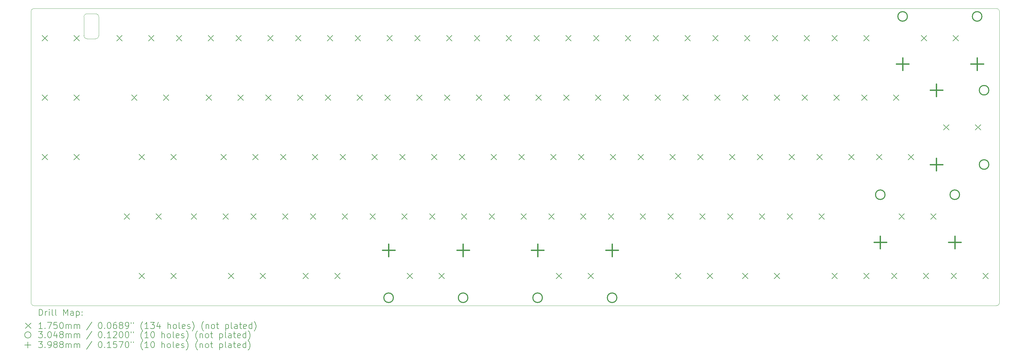
<source format=gbr>
%TF.GenerationSoftware,KiCad,Pcbnew,8.0.6*%
%TF.CreationDate,2024-12-02T22:01:45+01:00*%
%TF.ProjectId,layout_board,6c61796f-7574-45f6-926f-6172642e6b69,rev?*%
%TF.SameCoordinates,Original*%
%TF.FileFunction,Drillmap*%
%TF.FilePolarity,Positive*%
%FSLAX45Y45*%
G04 Gerber Fmt 4.5, Leading zero omitted, Abs format (unit mm)*
G04 Created by KiCad (PCBNEW 8.0.6) date 2024-12-02 22:01:45*
%MOMM*%
%LPD*%
G01*
G04 APERTURE LIST*
%ADD10C,0.050000*%
%ADD11C,0.200000*%
%ADD12C,0.175000*%
%ADD13C,0.304800*%
%ADD14C,0.398780*%
G04 APERTURE END LIST*
D10*
X33813750Y-2957500D02*
X33813750Y-12282500D01*
X4546695Y-3726765D02*
X4546695Y-3126765D01*
X2857500Y-2957500D02*
G75*
G02*
X2957500Y-2857500I100000J0D01*
G01*
X4646695Y-3026765D02*
X4922945Y-3026765D01*
X33713750Y-2857500D02*
G75*
G02*
X33813750Y-2957500I0J-100000D01*
G01*
X4922945Y-3826765D02*
X4646695Y-3826765D01*
X4922945Y-3026765D02*
G75*
G02*
X5022945Y-3126765I5J-99995D01*
G01*
X33813750Y-12282500D02*
G75*
G02*
X33713750Y-12382500I-100000J0D01*
G01*
X2857500Y-12282500D02*
X2857500Y-2957500D01*
X2957500Y-12382500D02*
G75*
G02*
X2857500Y-12282500I0J100000D01*
G01*
X4546695Y-3126765D02*
G75*
G02*
X4646695Y-3026765I99985J15D01*
G01*
X5022945Y-3726765D02*
G75*
G02*
X4922945Y-3826765I-100015J15D01*
G01*
X5022945Y-3126765D02*
X5022945Y-3726765D01*
X2957500Y-2857500D02*
X33713750Y-2857500D01*
X4646695Y-3826765D02*
G75*
G02*
X4546695Y-3726765I5J100005D01*
G01*
X33713750Y-12382500D02*
X2957500Y-12382500D01*
D11*
D12*
X3214500Y-3722500D02*
X3389500Y-3897500D01*
X3389500Y-3722500D02*
X3214500Y-3897500D01*
X3214500Y-5627500D02*
X3389500Y-5802500D01*
X3389500Y-5627500D02*
X3214500Y-5802500D01*
X3214500Y-7532500D02*
X3389500Y-7707500D01*
X3389500Y-7532500D02*
X3214500Y-7707500D01*
X4230500Y-3722500D02*
X4405500Y-3897500D01*
X4405500Y-3722500D02*
X4230500Y-3897500D01*
X4230500Y-5627500D02*
X4405500Y-5802500D01*
X4405500Y-5627500D02*
X4230500Y-5802500D01*
X4230500Y-7532500D02*
X4405500Y-7707500D01*
X4405500Y-7532500D02*
X4230500Y-7707500D01*
X5595750Y-3722500D02*
X5770750Y-3897500D01*
X5770750Y-3722500D02*
X5595750Y-3897500D01*
X5833875Y-9437500D02*
X6008875Y-9612500D01*
X6008875Y-9437500D02*
X5833875Y-9612500D01*
X6072000Y-5627500D02*
X6247000Y-5802500D01*
X6247000Y-5627500D02*
X6072000Y-5802500D01*
X6310125Y-7532500D02*
X6485125Y-7707500D01*
X6485125Y-7532500D02*
X6310125Y-7707500D01*
X6310125Y-11342500D02*
X6485125Y-11517500D01*
X6485125Y-11342500D02*
X6310125Y-11517500D01*
X6611750Y-3722500D02*
X6786750Y-3897500D01*
X6786750Y-3722500D02*
X6611750Y-3897500D01*
X6849875Y-9437500D02*
X7024875Y-9612500D01*
X7024875Y-9437500D02*
X6849875Y-9612500D01*
X7088000Y-5627500D02*
X7263000Y-5802500D01*
X7263000Y-5627500D02*
X7088000Y-5802500D01*
X7326125Y-7532500D02*
X7501125Y-7707500D01*
X7501125Y-7532500D02*
X7326125Y-7707500D01*
X7326125Y-11342500D02*
X7501125Y-11517500D01*
X7501125Y-11342500D02*
X7326125Y-11517500D01*
X7500750Y-3722500D02*
X7675750Y-3897500D01*
X7675750Y-3722500D02*
X7500750Y-3897500D01*
X7977000Y-9437500D02*
X8152000Y-9612500D01*
X8152000Y-9437500D02*
X7977000Y-9612500D01*
X8453250Y-5627500D02*
X8628250Y-5802500D01*
X8628250Y-5627500D02*
X8453250Y-5802500D01*
X8516750Y-3722500D02*
X8691750Y-3897500D01*
X8691750Y-3722500D02*
X8516750Y-3897500D01*
X8929500Y-7532500D02*
X9104500Y-7707500D01*
X9104500Y-7532500D02*
X8929500Y-7707500D01*
X8993000Y-9437500D02*
X9168000Y-9612500D01*
X9168000Y-9437500D02*
X8993000Y-9612500D01*
X9167625Y-11342500D02*
X9342625Y-11517500D01*
X9342625Y-11342500D02*
X9167625Y-11517500D01*
X9405750Y-3722500D02*
X9580750Y-3897500D01*
X9580750Y-3722500D02*
X9405750Y-3897500D01*
X9469250Y-5627500D02*
X9644250Y-5802500D01*
X9644250Y-5627500D02*
X9469250Y-5802500D01*
X9882000Y-9437500D02*
X10057000Y-9612500D01*
X10057000Y-9437500D02*
X9882000Y-9612500D01*
X9945500Y-7532500D02*
X10120500Y-7707500D01*
X10120500Y-7532500D02*
X9945500Y-7707500D01*
X10183625Y-11342500D02*
X10358625Y-11517500D01*
X10358625Y-11342500D02*
X10183625Y-11517500D01*
X10358250Y-5627500D02*
X10533250Y-5802500D01*
X10533250Y-5627500D02*
X10358250Y-5802500D01*
X10421750Y-3722500D02*
X10596750Y-3897500D01*
X10596750Y-3722500D02*
X10421750Y-3897500D01*
X10834500Y-7532500D02*
X11009500Y-7707500D01*
X11009500Y-7532500D02*
X10834500Y-7707500D01*
X10898000Y-9437500D02*
X11073000Y-9612500D01*
X11073000Y-9437500D02*
X10898000Y-9612500D01*
X11310750Y-3722500D02*
X11485750Y-3897500D01*
X11485750Y-3722500D02*
X11310750Y-3897500D01*
X11374250Y-5627500D02*
X11549250Y-5802500D01*
X11549250Y-5627500D02*
X11374250Y-5802500D01*
X11548875Y-11342500D02*
X11723875Y-11517500D01*
X11723875Y-11342500D02*
X11548875Y-11517500D01*
X11787000Y-9437500D02*
X11962000Y-9612500D01*
X11962000Y-9437500D02*
X11787000Y-9612500D01*
X11850500Y-7532500D02*
X12025500Y-7707500D01*
X12025500Y-7532500D02*
X11850500Y-7707500D01*
X12263250Y-5627500D02*
X12438250Y-5802500D01*
X12438250Y-5627500D02*
X12263250Y-5802500D01*
X12326750Y-3722500D02*
X12501750Y-3897500D01*
X12501750Y-3722500D02*
X12326750Y-3897500D01*
X12564875Y-11342500D02*
X12739875Y-11517500D01*
X12739875Y-11342500D02*
X12564875Y-11517500D01*
X12739500Y-7532500D02*
X12914500Y-7707500D01*
X12914500Y-7532500D02*
X12739500Y-7707500D01*
X12803000Y-9437500D02*
X12978000Y-9612500D01*
X12978000Y-9437500D02*
X12803000Y-9612500D01*
X13215750Y-3722500D02*
X13390750Y-3897500D01*
X13390750Y-3722500D02*
X13215750Y-3897500D01*
X13279250Y-5627500D02*
X13454250Y-5802500D01*
X13454250Y-5627500D02*
X13279250Y-5802500D01*
X13692000Y-9437500D02*
X13867000Y-9612500D01*
X13867000Y-9437500D02*
X13692000Y-9612500D01*
X13755500Y-7532500D02*
X13930500Y-7707500D01*
X13930500Y-7532500D02*
X13755500Y-7707500D01*
X14168250Y-5627500D02*
X14343250Y-5802500D01*
X14343250Y-5627500D02*
X14168250Y-5802500D01*
X14231750Y-3722500D02*
X14406750Y-3897500D01*
X14406750Y-3722500D02*
X14231750Y-3897500D01*
X14644500Y-7532500D02*
X14819500Y-7707500D01*
X14819500Y-7532500D02*
X14644500Y-7707500D01*
X14708000Y-9437500D02*
X14883000Y-9612500D01*
X14883000Y-9437500D02*
X14708000Y-9612500D01*
X14882625Y-11342500D02*
X15057625Y-11517500D01*
X15057625Y-11342500D02*
X14882625Y-11517500D01*
X15120750Y-3722500D02*
X15295750Y-3897500D01*
X15295750Y-3722500D02*
X15120750Y-3897500D01*
X15184250Y-5627500D02*
X15359250Y-5802500D01*
X15359250Y-5627500D02*
X15184250Y-5802500D01*
X15597000Y-9437500D02*
X15772000Y-9612500D01*
X15772000Y-9437500D02*
X15597000Y-9612500D01*
X15660500Y-7532500D02*
X15835500Y-7707500D01*
X15835500Y-7532500D02*
X15660500Y-7707500D01*
X15898625Y-11342500D02*
X16073625Y-11517500D01*
X16073625Y-11342500D02*
X15898625Y-11517500D01*
X16073250Y-5627500D02*
X16248250Y-5802500D01*
X16248250Y-5627500D02*
X16073250Y-5802500D01*
X16136750Y-3722500D02*
X16311750Y-3897500D01*
X16311750Y-3722500D02*
X16136750Y-3897500D01*
X16549500Y-7532500D02*
X16724500Y-7707500D01*
X16724500Y-7532500D02*
X16549500Y-7707500D01*
X16613000Y-9437500D02*
X16788000Y-9612500D01*
X16788000Y-9437500D02*
X16613000Y-9612500D01*
X17025750Y-3722500D02*
X17200750Y-3897500D01*
X17200750Y-3722500D02*
X17025750Y-3897500D01*
X17089250Y-5627500D02*
X17264250Y-5802500D01*
X17264250Y-5627500D02*
X17089250Y-5802500D01*
X17502000Y-9437500D02*
X17677000Y-9612500D01*
X17677000Y-9437500D02*
X17502000Y-9612500D01*
X17565500Y-7532500D02*
X17740500Y-7707500D01*
X17740500Y-7532500D02*
X17565500Y-7707500D01*
X17978250Y-5627500D02*
X18153250Y-5802500D01*
X18153250Y-5627500D02*
X17978250Y-5802500D01*
X18041750Y-3722500D02*
X18216750Y-3897500D01*
X18216750Y-3722500D02*
X18041750Y-3897500D01*
X18454500Y-7532500D02*
X18629500Y-7707500D01*
X18629500Y-7532500D02*
X18454500Y-7707500D01*
X18518000Y-9437500D02*
X18693000Y-9612500D01*
X18693000Y-9437500D02*
X18518000Y-9612500D01*
X18930750Y-3722500D02*
X19105750Y-3897500D01*
X19105750Y-3722500D02*
X18930750Y-3897500D01*
X18994250Y-5627500D02*
X19169250Y-5802500D01*
X19169250Y-5627500D02*
X18994250Y-5802500D01*
X19407000Y-9437500D02*
X19582000Y-9612500D01*
X19582000Y-9437500D02*
X19407000Y-9612500D01*
X19470500Y-7532500D02*
X19645500Y-7707500D01*
X19645500Y-7532500D02*
X19470500Y-7707500D01*
X19645125Y-11342500D02*
X19820125Y-11517500D01*
X19820125Y-11342500D02*
X19645125Y-11517500D01*
X19883250Y-5627500D02*
X20058250Y-5802500D01*
X20058250Y-5627500D02*
X19883250Y-5802500D01*
X19946750Y-3722500D02*
X20121750Y-3897500D01*
X20121750Y-3722500D02*
X19946750Y-3897500D01*
X20359500Y-7532500D02*
X20534500Y-7707500D01*
X20534500Y-7532500D02*
X20359500Y-7707500D01*
X20423000Y-9437500D02*
X20598000Y-9612500D01*
X20598000Y-9437500D02*
X20423000Y-9612500D01*
X20661125Y-11342500D02*
X20836125Y-11517500D01*
X20836125Y-11342500D02*
X20661125Y-11517500D01*
X20835750Y-3722500D02*
X21010750Y-3897500D01*
X21010750Y-3722500D02*
X20835750Y-3897500D01*
X20899250Y-5627500D02*
X21074250Y-5802500D01*
X21074250Y-5627500D02*
X20899250Y-5802500D01*
X21312000Y-9437500D02*
X21487000Y-9612500D01*
X21487000Y-9437500D02*
X21312000Y-9612500D01*
X21375500Y-7532500D02*
X21550500Y-7707500D01*
X21550500Y-7532500D02*
X21375500Y-7707500D01*
X21788250Y-5627500D02*
X21963250Y-5802500D01*
X21963250Y-5627500D02*
X21788250Y-5802500D01*
X21851750Y-3722500D02*
X22026750Y-3897500D01*
X22026750Y-3722500D02*
X21851750Y-3897500D01*
X22264500Y-7532500D02*
X22439500Y-7707500D01*
X22439500Y-7532500D02*
X22264500Y-7707500D01*
X22328000Y-9437500D02*
X22503000Y-9612500D01*
X22503000Y-9437500D02*
X22328000Y-9612500D01*
X22740750Y-3722500D02*
X22915750Y-3897500D01*
X22915750Y-3722500D02*
X22740750Y-3897500D01*
X22804250Y-5627500D02*
X22979250Y-5802500D01*
X22979250Y-5627500D02*
X22804250Y-5802500D01*
X23217000Y-9437500D02*
X23392000Y-9612500D01*
X23392000Y-9437500D02*
X23217000Y-9612500D01*
X23280500Y-7532500D02*
X23455500Y-7707500D01*
X23455500Y-7532500D02*
X23280500Y-7707500D01*
X23455125Y-11342500D02*
X23630125Y-11517500D01*
X23630125Y-11342500D02*
X23455125Y-11517500D01*
X23693250Y-5627500D02*
X23868250Y-5802500D01*
X23868250Y-5627500D02*
X23693250Y-5802500D01*
X23756750Y-3722500D02*
X23931750Y-3897500D01*
X23931750Y-3722500D02*
X23756750Y-3897500D01*
X24169500Y-7532500D02*
X24344500Y-7707500D01*
X24344500Y-7532500D02*
X24169500Y-7707500D01*
X24233000Y-9437500D02*
X24408000Y-9612500D01*
X24408000Y-9437500D02*
X24233000Y-9612500D01*
X24471125Y-11342500D02*
X24646125Y-11517500D01*
X24646125Y-11342500D02*
X24471125Y-11517500D01*
X24645750Y-3722500D02*
X24820750Y-3897500D01*
X24820750Y-3722500D02*
X24645750Y-3897500D01*
X24709250Y-5627500D02*
X24884250Y-5802500D01*
X24884250Y-5627500D02*
X24709250Y-5802500D01*
X25122000Y-9437500D02*
X25297000Y-9612500D01*
X25297000Y-9437500D02*
X25122000Y-9612500D01*
X25185500Y-7532500D02*
X25360500Y-7707500D01*
X25360500Y-7532500D02*
X25185500Y-7707500D01*
X25598250Y-5627500D02*
X25773250Y-5802500D01*
X25773250Y-5627500D02*
X25598250Y-5802500D01*
X25598250Y-11342500D02*
X25773250Y-11517500D01*
X25773250Y-11342500D02*
X25598250Y-11517500D01*
X25661750Y-3722500D02*
X25836750Y-3897500D01*
X25836750Y-3722500D02*
X25661750Y-3897500D01*
X26074500Y-7532500D02*
X26249500Y-7707500D01*
X26249500Y-7532500D02*
X26074500Y-7707500D01*
X26138000Y-9437500D02*
X26313000Y-9612500D01*
X26313000Y-9437500D02*
X26138000Y-9612500D01*
X26550750Y-3722500D02*
X26725750Y-3897500D01*
X26725750Y-3722500D02*
X26550750Y-3897500D01*
X26614250Y-5627500D02*
X26789250Y-5802500D01*
X26789250Y-5627500D02*
X26614250Y-5802500D01*
X26614250Y-11342500D02*
X26789250Y-11517500D01*
X26789250Y-11342500D02*
X26614250Y-11517500D01*
X27027000Y-9437500D02*
X27202000Y-9612500D01*
X27202000Y-9437500D02*
X27027000Y-9612500D01*
X27090500Y-7532500D02*
X27265500Y-7707500D01*
X27265500Y-7532500D02*
X27090500Y-7707500D01*
X27503250Y-5627500D02*
X27678250Y-5802500D01*
X27678250Y-5627500D02*
X27503250Y-5802500D01*
X27566750Y-3722500D02*
X27741750Y-3897500D01*
X27741750Y-3722500D02*
X27566750Y-3897500D01*
X27979500Y-7532500D02*
X28154500Y-7707500D01*
X28154500Y-7532500D02*
X27979500Y-7707500D01*
X28043000Y-9437500D02*
X28218000Y-9612500D01*
X28218000Y-9437500D02*
X28043000Y-9612500D01*
X28455750Y-3722500D02*
X28630750Y-3897500D01*
X28630750Y-3722500D02*
X28455750Y-3897500D01*
X28455750Y-11342500D02*
X28630750Y-11517500D01*
X28630750Y-11342500D02*
X28455750Y-11517500D01*
X28519250Y-5627500D02*
X28694250Y-5802500D01*
X28694250Y-5627500D02*
X28519250Y-5802500D01*
X28995500Y-7532500D02*
X29170500Y-7707500D01*
X29170500Y-7532500D02*
X28995500Y-7707500D01*
X29408250Y-5627500D02*
X29583250Y-5802500D01*
X29583250Y-5627500D02*
X29408250Y-5802500D01*
X29471750Y-3722500D02*
X29646750Y-3897500D01*
X29646750Y-3722500D02*
X29471750Y-3897500D01*
X29471750Y-11342500D02*
X29646750Y-11517500D01*
X29646750Y-11342500D02*
X29471750Y-11517500D01*
X29884500Y-7532500D02*
X30059500Y-7707500D01*
X30059500Y-7532500D02*
X29884500Y-7707500D01*
X30360750Y-11342500D02*
X30535750Y-11517500D01*
X30535750Y-11342500D02*
X30360750Y-11517500D01*
X30424250Y-5627500D02*
X30599250Y-5802500D01*
X30599250Y-5627500D02*
X30424250Y-5802500D01*
X30598875Y-9437500D02*
X30773875Y-9612500D01*
X30773875Y-9437500D02*
X30598875Y-9612500D01*
X30900500Y-7532500D02*
X31075500Y-7707500D01*
X31075500Y-7532500D02*
X30900500Y-7707500D01*
X31313250Y-3722500D02*
X31488250Y-3897500D01*
X31488250Y-3722500D02*
X31313250Y-3897500D01*
X31376750Y-11342500D02*
X31551750Y-11517500D01*
X31551750Y-11342500D02*
X31376750Y-11517500D01*
X31614875Y-9437500D02*
X31789875Y-9612500D01*
X31789875Y-9437500D02*
X31614875Y-9612500D01*
X32027625Y-6580000D02*
X32202625Y-6755000D01*
X32202625Y-6580000D02*
X32027625Y-6755000D01*
X32265750Y-11342500D02*
X32440750Y-11517500D01*
X32440750Y-11342500D02*
X32265750Y-11517500D01*
X32329250Y-3722500D02*
X32504250Y-3897500D01*
X32504250Y-3722500D02*
X32329250Y-3897500D01*
X33043625Y-6580000D02*
X33218625Y-6755000D01*
X33218625Y-6580000D02*
X33043625Y-6755000D01*
X33281750Y-11342500D02*
X33456750Y-11517500D01*
X33456750Y-11342500D02*
X33281750Y-11517500D01*
D13*
X14439900Y-12128500D02*
G75*
G02*
X14135100Y-12128500I-152400J0D01*
G01*
X14135100Y-12128500D02*
G75*
G02*
X14439900Y-12128500I152400J0D01*
G01*
X16821150Y-12128500D02*
G75*
G02*
X16516350Y-12128500I-152400J0D01*
G01*
X16516350Y-12128500D02*
G75*
G02*
X16821150Y-12128500I152400J0D01*
G01*
X19202400Y-12128500D02*
G75*
G02*
X18897600Y-12128500I-152400J0D01*
G01*
X18897600Y-12128500D02*
G75*
G02*
X19202400Y-12128500I152400J0D01*
G01*
X21583650Y-12128500D02*
G75*
G02*
X21278850Y-12128500I-152400J0D01*
G01*
X21278850Y-12128500D02*
G75*
G02*
X21583650Y-12128500I152400J0D01*
G01*
X30156150Y-8826500D02*
G75*
G02*
X29851350Y-8826500I-152400J0D01*
G01*
X29851350Y-8826500D02*
G75*
G02*
X30156150Y-8826500I152400J0D01*
G01*
X30870525Y-3111500D02*
G75*
G02*
X30565725Y-3111500I-152400J0D01*
G01*
X30565725Y-3111500D02*
G75*
G02*
X30870525Y-3111500I152400J0D01*
G01*
X32537400Y-8826500D02*
G75*
G02*
X32232600Y-8826500I-152400J0D01*
G01*
X32232600Y-8826500D02*
G75*
G02*
X32537400Y-8826500I152400J0D01*
G01*
X33251775Y-3111500D02*
G75*
G02*
X32946975Y-3111500I-152400J0D01*
G01*
X32946975Y-3111500D02*
G75*
G02*
X33251775Y-3111500I152400J0D01*
G01*
X33474025Y-5476875D02*
G75*
G02*
X33169225Y-5476875I-152400J0D01*
G01*
X33169225Y-5476875D02*
G75*
G02*
X33474025Y-5476875I152400J0D01*
G01*
X33474025Y-7858125D02*
G75*
G02*
X33169225Y-7858125I-152400J0D01*
G01*
X33169225Y-7858125D02*
G75*
G02*
X33474025Y-7858125I152400J0D01*
G01*
D14*
X14287500Y-10405110D02*
X14287500Y-10803890D01*
X14088110Y-10604500D02*
X14486890Y-10604500D01*
X16668750Y-10405110D02*
X16668750Y-10803890D01*
X16469360Y-10604500D02*
X16868140Y-10604500D01*
X19050000Y-10405110D02*
X19050000Y-10803890D01*
X18850610Y-10604500D02*
X19249390Y-10604500D01*
X21431250Y-10405110D02*
X21431250Y-10803890D01*
X21231860Y-10604500D02*
X21630640Y-10604500D01*
X30003750Y-10151110D02*
X30003750Y-10549890D01*
X29804360Y-10350500D02*
X30203140Y-10350500D01*
X30718125Y-4436110D02*
X30718125Y-4834890D01*
X30518735Y-4635500D02*
X30917515Y-4635500D01*
X31797625Y-5277485D02*
X31797625Y-5676265D01*
X31598235Y-5476875D02*
X31997015Y-5476875D01*
X31797625Y-7658735D02*
X31797625Y-8057515D01*
X31598235Y-7858125D02*
X31997015Y-7858125D01*
X32385000Y-10151110D02*
X32385000Y-10549890D01*
X32185610Y-10350500D02*
X32584390Y-10350500D01*
X33099375Y-4436110D02*
X33099375Y-4834890D01*
X32899985Y-4635500D02*
X33298765Y-4635500D01*
D11*
X3115777Y-12696484D02*
X3115777Y-12496484D01*
X3115777Y-12496484D02*
X3163396Y-12496484D01*
X3163396Y-12496484D02*
X3191967Y-12506008D01*
X3191967Y-12506008D02*
X3211015Y-12525055D01*
X3211015Y-12525055D02*
X3220539Y-12544103D01*
X3220539Y-12544103D02*
X3230062Y-12582198D01*
X3230062Y-12582198D02*
X3230062Y-12610769D01*
X3230062Y-12610769D02*
X3220539Y-12648865D01*
X3220539Y-12648865D02*
X3211015Y-12667912D01*
X3211015Y-12667912D02*
X3191967Y-12686960D01*
X3191967Y-12686960D02*
X3163396Y-12696484D01*
X3163396Y-12696484D02*
X3115777Y-12696484D01*
X3315777Y-12696484D02*
X3315777Y-12563150D01*
X3315777Y-12601246D02*
X3325301Y-12582198D01*
X3325301Y-12582198D02*
X3334824Y-12572674D01*
X3334824Y-12572674D02*
X3353872Y-12563150D01*
X3353872Y-12563150D02*
X3372920Y-12563150D01*
X3439586Y-12696484D02*
X3439586Y-12563150D01*
X3439586Y-12496484D02*
X3430062Y-12506008D01*
X3430062Y-12506008D02*
X3439586Y-12515531D01*
X3439586Y-12515531D02*
X3449110Y-12506008D01*
X3449110Y-12506008D02*
X3439586Y-12496484D01*
X3439586Y-12496484D02*
X3439586Y-12515531D01*
X3563396Y-12696484D02*
X3544348Y-12686960D01*
X3544348Y-12686960D02*
X3534824Y-12667912D01*
X3534824Y-12667912D02*
X3534824Y-12496484D01*
X3668158Y-12696484D02*
X3649110Y-12686960D01*
X3649110Y-12686960D02*
X3639586Y-12667912D01*
X3639586Y-12667912D02*
X3639586Y-12496484D01*
X3896729Y-12696484D02*
X3896729Y-12496484D01*
X3896729Y-12496484D02*
X3963396Y-12639341D01*
X3963396Y-12639341D02*
X4030062Y-12496484D01*
X4030062Y-12496484D02*
X4030062Y-12696484D01*
X4211015Y-12696484D02*
X4211015Y-12591722D01*
X4211015Y-12591722D02*
X4201491Y-12572674D01*
X4201491Y-12572674D02*
X4182443Y-12563150D01*
X4182443Y-12563150D02*
X4144348Y-12563150D01*
X4144348Y-12563150D02*
X4125301Y-12572674D01*
X4211015Y-12686960D02*
X4191967Y-12696484D01*
X4191967Y-12696484D02*
X4144348Y-12696484D01*
X4144348Y-12696484D02*
X4125301Y-12686960D01*
X4125301Y-12686960D02*
X4115777Y-12667912D01*
X4115777Y-12667912D02*
X4115777Y-12648865D01*
X4115777Y-12648865D02*
X4125301Y-12629817D01*
X4125301Y-12629817D02*
X4144348Y-12620293D01*
X4144348Y-12620293D02*
X4191967Y-12620293D01*
X4191967Y-12620293D02*
X4211015Y-12610769D01*
X4306253Y-12563150D02*
X4306253Y-12763150D01*
X4306253Y-12572674D02*
X4325301Y-12563150D01*
X4325301Y-12563150D02*
X4363396Y-12563150D01*
X4363396Y-12563150D02*
X4382444Y-12572674D01*
X4382444Y-12572674D02*
X4391967Y-12582198D01*
X4391967Y-12582198D02*
X4401491Y-12601246D01*
X4401491Y-12601246D02*
X4401491Y-12658388D01*
X4401491Y-12658388D02*
X4391967Y-12677436D01*
X4391967Y-12677436D02*
X4382444Y-12686960D01*
X4382444Y-12686960D02*
X4363396Y-12696484D01*
X4363396Y-12696484D02*
X4325301Y-12696484D01*
X4325301Y-12696484D02*
X4306253Y-12686960D01*
X4487205Y-12677436D02*
X4496729Y-12686960D01*
X4496729Y-12686960D02*
X4487205Y-12696484D01*
X4487205Y-12696484D02*
X4477682Y-12686960D01*
X4477682Y-12686960D02*
X4487205Y-12677436D01*
X4487205Y-12677436D02*
X4487205Y-12696484D01*
X4487205Y-12572674D02*
X4496729Y-12582198D01*
X4496729Y-12582198D02*
X4487205Y-12591722D01*
X4487205Y-12591722D02*
X4477682Y-12582198D01*
X4477682Y-12582198D02*
X4487205Y-12572674D01*
X4487205Y-12572674D02*
X4487205Y-12591722D01*
D12*
X2680000Y-12937500D02*
X2855000Y-13112500D01*
X2855000Y-12937500D02*
X2680000Y-13112500D01*
D11*
X3220539Y-13116484D02*
X3106253Y-13116484D01*
X3163396Y-13116484D02*
X3163396Y-12916484D01*
X3163396Y-12916484D02*
X3144348Y-12945055D01*
X3144348Y-12945055D02*
X3125301Y-12964103D01*
X3125301Y-12964103D02*
X3106253Y-12973627D01*
X3306253Y-13097436D02*
X3315777Y-13106960D01*
X3315777Y-13106960D02*
X3306253Y-13116484D01*
X3306253Y-13116484D02*
X3296729Y-13106960D01*
X3296729Y-13106960D02*
X3306253Y-13097436D01*
X3306253Y-13097436D02*
X3306253Y-13116484D01*
X3382443Y-12916484D02*
X3515777Y-12916484D01*
X3515777Y-12916484D02*
X3430062Y-13116484D01*
X3687205Y-12916484D02*
X3591967Y-12916484D01*
X3591967Y-12916484D02*
X3582443Y-13011722D01*
X3582443Y-13011722D02*
X3591967Y-13002198D01*
X3591967Y-13002198D02*
X3611015Y-12992674D01*
X3611015Y-12992674D02*
X3658634Y-12992674D01*
X3658634Y-12992674D02*
X3677682Y-13002198D01*
X3677682Y-13002198D02*
X3687205Y-13011722D01*
X3687205Y-13011722D02*
X3696729Y-13030769D01*
X3696729Y-13030769D02*
X3696729Y-13078388D01*
X3696729Y-13078388D02*
X3687205Y-13097436D01*
X3687205Y-13097436D02*
X3677682Y-13106960D01*
X3677682Y-13106960D02*
X3658634Y-13116484D01*
X3658634Y-13116484D02*
X3611015Y-13116484D01*
X3611015Y-13116484D02*
X3591967Y-13106960D01*
X3591967Y-13106960D02*
X3582443Y-13097436D01*
X3820539Y-12916484D02*
X3839586Y-12916484D01*
X3839586Y-12916484D02*
X3858634Y-12926008D01*
X3858634Y-12926008D02*
X3868158Y-12935531D01*
X3868158Y-12935531D02*
X3877682Y-12954579D01*
X3877682Y-12954579D02*
X3887205Y-12992674D01*
X3887205Y-12992674D02*
X3887205Y-13040293D01*
X3887205Y-13040293D02*
X3877682Y-13078388D01*
X3877682Y-13078388D02*
X3868158Y-13097436D01*
X3868158Y-13097436D02*
X3858634Y-13106960D01*
X3858634Y-13106960D02*
X3839586Y-13116484D01*
X3839586Y-13116484D02*
X3820539Y-13116484D01*
X3820539Y-13116484D02*
X3801491Y-13106960D01*
X3801491Y-13106960D02*
X3791967Y-13097436D01*
X3791967Y-13097436D02*
X3782443Y-13078388D01*
X3782443Y-13078388D02*
X3772920Y-13040293D01*
X3772920Y-13040293D02*
X3772920Y-12992674D01*
X3772920Y-12992674D02*
X3782443Y-12954579D01*
X3782443Y-12954579D02*
X3791967Y-12935531D01*
X3791967Y-12935531D02*
X3801491Y-12926008D01*
X3801491Y-12926008D02*
X3820539Y-12916484D01*
X3972920Y-13116484D02*
X3972920Y-12983150D01*
X3972920Y-13002198D02*
X3982443Y-12992674D01*
X3982443Y-12992674D02*
X4001491Y-12983150D01*
X4001491Y-12983150D02*
X4030063Y-12983150D01*
X4030063Y-12983150D02*
X4049110Y-12992674D01*
X4049110Y-12992674D02*
X4058634Y-13011722D01*
X4058634Y-13011722D02*
X4058634Y-13116484D01*
X4058634Y-13011722D02*
X4068158Y-12992674D01*
X4068158Y-12992674D02*
X4087205Y-12983150D01*
X4087205Y-12983150D02*
X4115777Y-12983150D01*
X4115777Y-12983150D02*
X4134824Y-12992674D01*
X4134824Y-12992674D02*
X4144348Y-13011722D01*
X4144348Y-13011722D02*
X4144348Y-13116484D01*
X4239586Y-13116484D02*
X4239586Y-12983150D01*
X4239586Y-13002198D02*
X4249110Y-12992674D01*
X4249110Y-12992674D02*
X4268158Y-12983150D01*
X4268158Y-12983150D02*
X4296729Y-12983150D01*
X4296729Y-12983150D02*
X4315777Y-12992674D01*
X4315777Y-12992674D02*
X4325301Y-13011722D01*
X4325301Y-13011722D02*
X4325301Y-13116484D01*
X4325301Y-13011722D02*
X4334825Y-12992674D01*
X4334825Y-12992674D02*
X4353872Y-12983150D01*
X4353872Y-12983150D02*
X4382444Y-12983150D01*
X4382444Y-12983150D02*
X4401491Y-12992674D01*
X4401491Y-12992674D02*
X4411015Y-13011722D01*
X4411015Y-13011722D02*
X4411015Y-13116484D01*
X4801491Y-12906960D02*
X4630063Y-13164103D01*
X5058634Y-12916484D02*
X5077682Y-12916484D01*
X5077682Y-12916484D02*
X5096729Y-12926008D01*
X5096729Y-12926008D02*
X5106253Y-12935531D01*
X5106253Y-12935531D02*
X5115777Y-12954579D01*
X5115777Y-12954579D02*
X5125301Y-12992674D01*
X5125301Y-12992674D02*
X5125301Y-13040293D01*
X5125301Y-13040293D02*
X5115777Y-13078388D01*
X5115777Y-13078388D02*
X5106253Y-13097436D01*
X5106253Y-13097436D02*
X5096729Y-13106960D01*
X5096729Y-13106960D02*
X5077682Y-13116484D01*
X5077682Y-13116484D02*
X5058634Y-13116484D01*
X5058634Y-13116484D02*
X5039587Y-13106960D01*
X5039587Y-13106960D02*
X5030063Y-13097436D01*
X5030063Y-13097436D02*
X5020539Y-13078388D01*
X5020539Y-13078388D02*
X5011015Y-13040293D01*
X5011015Y-13040293D02*
X5011015Y-12992674D01*
X5011015Y-12992674D02*
X5020539Y-12954579D01*
X5020539Y-12954579D02*
X5030063Y-12935531D01*
X5030063Y-12935531D02*
X5039587Y-12926008D01*
X5039587Y-12926008D02*
X5058634Y-12916484D01*
X5211015Y-13097436D02*
X5220539Y-13106960D01*
X5220539Y-13106960D02*
X5211015Y-13116484D01*
X5211015Y-13116484D02*
X5201491Y-13106960D01*
X5201491Y-13106960D02*
X5211015Y-13097436D01*
X5211015Y-13097436D02*
X5211015Y-13116484D01*
X5344348Y-12916484D02*
X5363396Y-12916484D01*
X5363396Y-12916484D02*
X5382444Y-12926008D01*
X5382444Y-12926008D02*
X5391968Y-12935531D01*
X5391968Y-12935531D02*
X5401491Y-12954579D01*
X5401491Y-12954579D02*
X5411015Y-12992674D01*
X5411015Y-12992674D02*
X5411015Y-13040293D01*
X5411015Y-13040293D02*
X5401491Y-13078388D01*
X5401491Y-13078388D02*
X5391968Y-13097436D01*
X5391968Y-13097436D02*
X5382444Y-13106960D01*
X5382444Y-13106960D02*
X5363396Y-13116484D01*
X5363396Y-13116484D02*
X5344348Y-13116484D01*
X5344348Y-13116484D02*
X5325301Y-13106960D01*
X5325301Y-13106960D02*
X5315777Y-13097436D01*
X5315777Y-13097436D02*
X5306253Y-13078388D01*
X5306253Y-13078388D02*
X5296729Y-13040293D01*
X5296729Y-13040293D02*
X5296729Y-12992674D01*
X5296729Y-12992674D02*
X5306253Y-12954579D01*
X5306253Y-12954579D02*
X5315777Y-12935531D01*
X5315777Y-12935531D02*
X5325301Y-12926008D01*
X5325301Y-12926008D02*
X5344348Y-12916484D01*
X5582444Y-12916484D02*
X5544348Y-12916484D01*
X5544348Y-12916484D02*
X5525301Y-12926008D01*
X5525301Y-12926008D02*
X5515777Y-12935531D01*
X5515777Y-12935531D02*
X5496729Y-12964103D01*
X5496729Y-12964103D02*
X5487206Y-13002198D01*
X5487206Y-13002198D02*
X5487206Y-13078388D01*
X5487206Y-13078388D02*
X5496729Y-13097436D01*
X5496729Y-13097436D02*
X5506253Y-13106960D01*
X5506253Y-13106960D02*
X5525301Y-13116484D01*
X5525301Y-13116484D02*
X5563396Y-13116484D01*
X5563396Y-13116484D02*
X5582444Y-13106960D01*
X5582444Y-13106960D02*
X5591968Y-13097436D01*
X5591968Y-13097436D02*
X5601491Y-13078388D01*
X5601491Y-13078388D02*
X5601491Y-13030769D01*
X5601491Y-13030769D02*
X5591968Y-13011722D01*
X5591968Y-13011722D02*
X5582444Y-13002198D01*
X5582444Y-13002198D02*
X5563396Y-12992674D01*
X5563396Y-12992674D02*
X5525301Y-12992674D01*
X5525301Y-12992674D02*
X5506253Y-13002198D01*
X5506253Y-13002198D02*
X5496729Y-13011722D01*
X5496729Y-13011722D02*
X5487206Y-13030769D01*
X5715777Y-13002198D02*
X5696729Y-12992674D01*
X5696729Y-12992674D02*
X5687206Y-12983150D01*
X5687206Y-12983150D02*
X5677682Y-12964103D01*
X5677682Y-12964103D02*
X5677682Y-12954579D01*
X5677682Y-12954579D02*
X5687206Y-12935531D01*
X5687206Y-12935531D02*
X5696729Y-12926008D01*
X5696729Y-12926008D02*
X5715777Y-12916484D01*
X5715777Y-12916484D02*
X5753872Y-12916484D01*
X5753872Y-12916484D02*
X5772920Y-12926008D01*
X5772920Y-12926008D02*
X5782444Y-12935531D01*
X5782444Y-12935531D02*
X5791967Y-12954579D01*
X5791967Y-12954579D02*
X5791967Y-12964103D01*
X5791967Y-12964103D02*
X5782444Y-12983150D01*
X5782444Y-12983150D02*
X5772920Y-12992674D01*
X5772920Y-12992674D02*
X5753872Y-13002198D01*
X5753872Y-13002198D02*
X5715777Y-13002198D01*
X5715777Y-13002198D02*
X5696729Y-13011722D01*
X5696729Y-13011722D02*
X5687206Y-13021246D01*
X5687206Y-13021246D02*
X5677682Y-13040293D01*
X5677682Y-13040293D02*
X5677682Y-13078388D01*
X5677682Y-13078388D02*
X5687206Y-13097436D01*
X5687206Y-13097436D02*
X5696729Y-13106960D01*
X5696729Y-13106960D02*
X5715777Y-13116484D01*
X5715777Y-13116484D02*
X5753872Y-13116484D01*
X5753872Y-13116484D02*
X5772920Y-13106960D01*
X5772920Y-13106960D02*
X5782444Y-13097436D01*
X5782444Y-13097436D02*
X5791967Y-13078388D01*
X5791967Y-13078388D02*
X5791967Y-13040293D01*
X5791967Y-13040293D02*
X5782444Y-13021246D01*
X5782444Y-13021246D02*
X5772920Y-13011722D01*
X5772920Y-13011722D02*
X5753872Y-13002198D01*
X5887206Y-13116484D02*
X5925301Y-13116484D01*
X5925301Y-13116484D02*
X5944348Y-13106960D01*
X5944348Y-13106960D02*
X5953872Y-13097436D01*
X5953872Y-13097436D02*
X5972920Y-13068865D01*
X5972920Y-13068865D02*
X5982444Y-13030769D01*
X5982444Y-13030769D02*
X5982444Y-12954579D01*
X5982444Y-12954579D02*
X5972920Y-12935531D01*
X5972920Y-12935531D02*
X5963396Y-12926008D01*
X5963396Y-12926008D02*
X5944348Y-12916484D01*
X5944348Y-12916484D02*
X5906253Y-12916484D01*
X5906253Y-12916484D02*
X5887206Y-12926008D01*
X5887206Y-12926008D02*
X5877682Y-12935531D01*
X5877682Y-12935531D02*
X5868158Y-12954579D01*
X5868158Y-12954579D02*
X5868158Y-13002198D01*
X5868158Y-13002198D02*
X5877682Y-13021246D01*
X5877682Y-13021246D02*
X5887206Y-13030769D01*
X5887206Y-13030769D02*
X5906253Y-13040293D01*
X5906253Y-13040293D02*
X5944348Y-13040293D01*
X5944348Y-13040293D02*
X5963396Y-13030769D01*
X5963396Y-13030769D02*
X5972920Y-13021246D01*
X5972920Y-13021246D02*
X5982444Y-13002198D01*
X6058634Y-12916484D02*
X6058634Y-12954579D01*
X6134825Y-12916484D02*
X6134825Y-12954579D01*
X6430063Y-13192674D02*
X6420539Y-13183150D01*
X6420539Y-13183150D02*
X6401491Y-13154579D01*
X6401491Y-13154579D02*
X6391968Y-13135531D01*
X6391968Y-13135531D02*
X6382444Y-13106960D01*
X6382444Y-13106960D02*
X6372920Y-13059341D01*
X6372920Y-13059341D02*
X6372920Y-13021246D01*
X6372920Y-13021246D02*
X6382444Y-12973627D01*
X6382444Y-12973627D02*
X6391968Y-12945055D01*
X6391968Y-12945055D02*
X6401491Y-12926008D01*
X6401491Y-12926008D02*
X6420539Y-12897436D01*
X6420539Y-12897436D02*
X6430063Y-12887912D01*
X6611015Y-13116484D02*
X6496729Y-13116484D01*
X6553872Y-13116484D02*
X6553872Y-12916484D01*
X6553872Y-12916484D02*
X6534825Y-12945055D01*
X6534825Y-12945055D02*
X6515777Y-12964103D01*
X6515777Y-12964103D02*
X6496729Y-12973627D01*
X6677682Y-12916484D02*
X6801491Y-12916484D01*
X6801491Y-12916484D02*
X6734825Y-12992674D01*
X6734825Y-12992674D02*
X6763396Y-12992674D01*
X6763396Y-12992674D02*
X6782444Y-13002198D01*
X6782444Y-13002198D02*
X6791968Y-13011722D01*
X6791968Y-13011722D02*
X6801491Y-13030769D01*
X6801491Y-13030769D02*
X6801491Y-13078388D01*
X6801491Y-13078388D02*
X6791968Y-13097436D01*
X6791968Y-13097436D02*
X6782444Y-13106960D01*
X6782444Y-13106960D02*
X6763396Y-13116484D01*
X6763396Y-13116484D02*
X6706253Y-13116484D01*
X6706253Y-13116484D02*
X6687206Y-13106960D01*
X6687206Y-13106960D02*
X6677682Y-13097436D01*
X6972920Y-12983150D02*
X6972920Y-13116484D01*
X6925301Y-12906960D02*
X6877682Y-13049817D01*
X6877682Y-13049817D02*
X7001491Y-13049817D01*
X7230063Y-13116484D02*
X7230063Y-12916484D01*
X7315777Y-13116484D02*
X7315777Y-13011722D01*
X7315777Y-13011722D02*
X7306253Y-12992674D01*
X7306253Y-12992674D02*
X7287206Y-12983150D01*
X7287206Y-12983150D02*
X7258634Y-12983150D01*
X7258634Y-12983150D02*
X7239587Y-12992674D01*
X7239587Y-12992674D02*
X7230063Y-13002198D01*
X7439587Y-13116484D02*
X7420539Y-13106960D01*
X7420539Y-13106960D02*
X7411015Y-13097436D01*
X7411015Y-13097436D02*
X7401491Y-13078388D01*
X7401491Y-13078388D02*
X7401491Y-13021246D01*
X7401491Y-13021246D02*
X7411015Y-13002198D01*
X7411015Y-13002198D02*
X7420539Y-12992674D01*
X7420539Y-12992674D02*
X7439587Y-12983150D01*
X7439587Y-12983150D02*
X7468158Y-12983150D01*
X7468158Y-12983150D02*
X7487206Y-12992674D01*
X7487206Y-12992674D02*
X7496730Y-13002198D01*
X7496730Y-13002198D02*
X7506253Y-13021246D01*
X7506253Y-13021246D02*
X7506253Y-13078388D01*
X7506253Y-13078388D02*
X7496730Y-13097436D01*
X7496730Y-13097436D02*
X7487206Y-13106960D01*
X7487206Y-13106960D02*
X7468158Y-13116484D01*
X7468158Y-13116484D02*
X7439587Y-13116484D01*
X7620539Y-13116484D02*
X7601491Y-13106960D01*
X7601491Y-13106960D02*
X7591968Y-13087912D01*
X7591968Y-13087912D02*
X7591968Y-12916484D01*
X7772920Y-13106960D02*
X7753872Y-13116484D01*
X7753872Y-13116484D02*
X7715777Y-13116484D01*
X7715777Y-13116484D02*
X7696730Y-13106960D01*
X7696730Y-13106960D02*
X7687206Y-13087912D01*
X7687206Y-13087912D02*
X7687206Y-13011722D01*
X7687206Y-13011722D02*
X7696730Y-12992674D01*
X7696730Y-12992674D02*
X7715777Y-12983150D01*
X7715777Y-12983150D02*
X7753872Y-12983150D01*
X7753872Y-12983150D02*
X7772920Y-12992674D01*
X7772920Y-12992674D02*
X7782444Y-13011722D01*
X7782444Y-13011722D02*
X7782444Y-13030769D01*
X7782444Y-13030769D02*
X7687206Y-13049817D01*
X7858634Y-13106960D02*
X7877682Y-13116484D01*
X7877682Y-13116484D02*
X7915777Y-13116484D01*
X7915777Y-13116484D02*
X7934825Y-13106960D01*
X7934825Y-13106960D02*
X7944349Y-13087912D01*
X7944349Y-13087912D02*
X7944349Y-13078388D01*
X7944349Y-13078388D02*
X7934825Y-13059341D01*
X7934825Y-13059341D02*
X7915777Y-13049817D01*
X7915777Y-13049817D02*
X7887206Y-13049817D01*
X7887206Y-13049817D02*
X7868158Y-13040293D01*
X7868158Y-13040293D02*
X7858634Y-13021246D01*
X7858634Y-13021246D02*
X7858634Y-13011722D01*
X7858634Y-13011722D02*
X7868158Y-12992674D01*
X7868158Y-12992674D02*
X7887206Y-12983150D01*
X7887206Y-12983150D02*
X7915777Y-12983150D01*
X7915777Y-12983150D02*
X7934825Y-12992674D01*
X8011015Y-13192674D02*
X8020539Y-13183150D01*
X8020539Y-13183150D02*
X8039587Y-13154579D01*
X8039587Y-13154579D02*
X8049111Y-13135531D01*
X8049111Y-13135531D02*
X8058634Y-13106960D01*
X8058634Y-13106960D02*
X8068158Y-13059341D01*
X8068158Y-13059341D02*
X8068158Y-13021246D01*
X8068158Y-13021246D02*
X8058634Y-12973627D01*
X8058634Y-12973627D02*
X8049111Y-12945055D01*
X8049111Y-12945055D02*
X8039587Y-12926008D01*
X8039587Y-12926008D02*
X8020539Y-12897436D01*
X8020539Y-12897436D02*
X8011015Y-12887912D01*
X8372920Y-13192674D02*
X8363396Y-13183150D01*
X8363396Y-13183150D02*
X8344349Y-13154579D01*
X8344349Y-13154579D02*
X8334825Y-13135531D01*
X8334825Y-13135531D02*
X8325301Y-13106960D01*
X8325301Y-13106960D02*
X8315777Y-13059341D01*
X8315777Y-13059341D02*
X8315777Y-13021246D01*
X8315777Y-13021246D02*
X8325301Y-12973627D01*
X8325301Y-12973627D02*
X8334825Y-12945055D01*
X8334825Y-12945055D02*
X8344349Y-12926008D01*
X8344349Y-12926008D02*
X8363396Y-12897436D01*
X8363396Y-12897436D02*
X8372920Y-12887912D01*
X8449111Y-12983150D02*
X8449111Y-13116484D01*
X8449111Y-13002198D02*
X8458634Y-12992674D01*
X8458634Y-12992674D02*
X8477682Y-12983150D01*
X8477682Y-12983150D02*
X8506254Y-12983150D01*
X8506254Y-12983150D02*
X8525301Y-12992674D01*
X8525301Y-12992674D02*
X8534825Y-13011722D01*
X8534825Y-13011722D02*
X8534825Y-13116484D01*
X8658634Y-13116484D02*
X8639587Y-13106960D01*
X8639587Y-13106960D02*
X8630063Y-13097436D01*
X8630063Y-13097436D02*
X8620539Y-13078388D01*
X8620539Y-13078388D02*
X8620539Y-13021246D01*
X8620539Y-13021246D02*
X8630063Y-13002198D01*
X8630063Y-13002198D02*
X8639587Y-12992674D01*
X8639587Y-12992674D02*
X8658634Y-12983150D01*
X8658634Y-12983150D02*
X8687206Y-12983150D01*
X8687206Y-12983150D02*
X8706254Y-12992674D01*
X8706254Y-12992674D02*
X8715777Y-13002198D01*
X8715777Y-13002198D02*
X8725301Y-13021246D01*
X8725301Y-13021246D02*
X8725301Y-13078388D01*
X8725301Y-13078388D02*
X8715777Y-13097436D01*
X8715777Y-13097436D02*
X8706254Y-13106960D01*
X8706254Y-13106960D02*
X8687206Y-13116484D01*
X8687206Y-13116484D02*
X8658634Y-13116484D01*
X8782444Y-12983150D02*
X8858634Y-12983150D01*
X8811015Y-12916484D02*
X8811015Y-13087912D01*
X8811015Y-13087912D02*
X8820539Y-13106960D01*
X8820539Y-13106960D02*
X8839587Y-13116484D01*
X8839587Y-13116484D02*
X8858634Y-13116484D01*
X9077682Y-12983150D02*
X9077682Y-13183150D01*
X9077682Y-12992674D02*
X9096730Y-12983150D01*
X9096730Y-12983150D02*
X9134825Y-12983150D01*
X9134825Y-12983150D02*
X9153873Y-12992674D01*
X9153873Y-12992674D02*
X9163396Y-13002198D01*
X9163396Y-13002198D02*
X9172920Y-13021246D01*
X9172920Y-13021246D02*
X9172920Y-13078388D01*
X9172920Y-13078388D02*
X9163396Y-13097436D01*
X9163396Y-13097436D02*
X9153873Y-13106960D01*
X9153873Y-13106960D02*
X9134825Y-13116484D01*
X9134825Y-13116484D02*
X9096730Y-13116484D01*
X9096730Y-13116484D02*
X9077682Y-13106960D01*
X9287206Y-13116484D02*
X9268158Y-13106960D01*
X9268158Y-13106960D02*
X9258635Y-13087912D01*
X9258635Y-13087912D02*
X9258635Y-12916484D01*
X9449111Y-13116484D02*
X9449111Y-13011722D01*
X9449111Y-13011722D02*
X9439587Y-12992674D01*
X9439587Y-12992674D02*
X9420539Y-12983150D01*
X9420539Y-12983150D02*
X9382444Y-12983150D01*
X9382444Y-12983150D02*
X9363396Y-12992674D01*
X9449111Y-13106960D02*
X9430063Y-13116484D01*
X9430063Y-13116484D02*
X9382444Y-13116484D01*
X9382444Y-13116484D02*
X9363396Y-13106960D01*
X9363396Y-13106960D02*
X9353873Y-13087912D01*
X9353873Y-13087912D02*
X9353873Y-13068865D01*
X9353873Y-13068865D02*
X9363396Y-13049817D01*
X9363396Y-13049817D02*
X9382444Y-13040293D01*
X9382444Y-13040293D02*
X9430063Y-13040293D01*
X9430063Y-13040293D02*
X9449111Y-13030769D01*
X9515777Y-12983150D02*
X9591968Y-12983150D01*
X9544349Y-12916484D02*
X9544349Y-13087912D01*
X9544349Y-13087912D02*
X9553873Y-13106960D01*
X9553873Y-13106960D02*
X9572920Y-13116484D01*
X9572920Y-13116484D02*
X9591968Y-13116484D01*
X9734825Y-13106960D02*
X9715777Y-13116484D01*
X9715777Y-13116484D02*
X9677682Y-13116484D01*
X9677682Y-13116484D02*
X9658635Y-13106960D01*
X9658635Y-13106960D02*
X9649111Y-13087912D01*
X9649111Y-13087912D02*
X9649111Y-13011722D01*
X9649111Y-13011722D02*
X9658635Y-12992674D01*
X9658635Y-12992674D02*
X9677682Y-12983150D01*
X9677682Y-12983150D02*
X9715777Y-12983150D01*
X9715777Y-12983150D02*
X9734825Y-12992674D01*
X9734825Y-12992674D02*
X9744349Y-13011722D01*
X9744349Y-13011722D02*
X9744349Y-13030769D01*
X9744349Y-13030769D02*
X9649111Y-13049817D01*
X9915777Y-13116484D02*
X9915777Y-12916484D01*
X9915777Y-13106960D02*
X9896730Y-13116484D01*
X9896730Y-13116484D02*
X9858635Y-13116484D01*
X9858635Y-13116484D02*
X9839587Y-13106960D01*
X9839587Y-13106960D02*
X9830063Y-13097436D01*
X9830063Y-13097436D02*
X9820539Y-13078388D01*
X9820539Y-13078388D02*
X9820539Y-13021246D01*
X9820539Y-13021246D02*
X9830063Y-13002198D01*
X9830063Y-13002198D02*
X9839587Y-12992674D01*
X9839587Y-12992674D02*
X9858635Y-12983150D01*
X9858635Y-12983150D02*
X9896730Y-12983150D01*
X9896730Y-12983150D02*
X9915777Y-12992674D01*
X9991968Y-13192674D02*
X10001492Y-13183150D01*
X10001492Y-13183150D02*
X10020539Y-13154579D01*
X10020539Y-13154579D02*
X10030063Y-13135531D01*
X10030063Y-13135531D02*
X10039587Y-13106960D01*
X10039587Y-13106960D02*
X10049111Y-13059341D01*
X10049111Y-13059341D02*
X10049111Y-13021246D01*
X10049111Y-13021246D02*
X10039587Y-12973627D01*
X10039587Y-12973627D02*
X10030063Y-12945055D01*
X10030063Y-12945055D02*
X10020539Y-12926008D01*
X10020539Y-12926008D02*
X10001492Y-12897436D01*
X10001492Y-12897436D02*
X9991968Y-12887912D01*
X2855000Y-13320000D02*
G75*
G02*
X2655000Y-13320000I-100000J0D01*
G01*
X2655000Y-13320000D02*
G75*
G02*
X2855000Y-13320000I100000J0D01*
G01*
X3096729Y-13211484D02*
X3220539Y-13211484D01*
X3220539Y-13211484D02*
X3153872Y-13287674D01*
X3153872Y-13287674D02*
X3182443Y-13287674D01*
X3182443Y-13287674D02*
X3201491Y-13297198D01*
X3201491Y-13297198D02*
X3211015Y-13306722D01*
X3211015Y-13306722D02*
X3220539Y-13325769D01*
X3220539Y-13325769D02*
X3220539Y-13373388D01*
X3220539Y-13373388D02*
X3211015Y-13392436D01*
X3211015Y-13392436D02*
X3201491Y-13401960D01*
X3201491Y-13401960D02*
X3182443Y-13411484D01*
X3182443Y-13411484D02*
X3125301Y-13411484D01*
X3125301Y-13411484D02*
X3106253Y-13401960D01*
X3106253Y-13401960D02*
X3096729Y-13392436D01*
X3306253Y-13392436D02*
X3315777Y-13401960D01*
X3315777Y-13401960D02*
X3306253Y-13411484D01*
X3306253Y-13411484D02*
X3296729Y-13401960D01*
X3296729Y-13401960D02*
X3306253Y-13392436D01*
X3306253Y-13392436D02*
X3306253Y-13411484D01*
X3439586Y-13211484D02*
X3458634Y-13211484D01*
X3458634Y-13211484D02*
X3477682Y-13221008D01*
X3477682Y-13221008D02*
X3487205Y-13230531D01*
X3487205Y-13230531D02*
X3496729Y-13249579D01*
X3496729Y-13249579D02*
X3506253Y-13287674D01*
X3506253Y-13287674D02*
X3506253Y-13335293D01*
X3506253Y-13335293D02*
X3496729Y-13373388D01*
X3496729Y-13373388D02*
X3487205Y-13392436D01*
X3487205Y-13392436D02*
X3477682Y-13401960D01*
X3477682Y-13401960D02*
X3458634Y-13411484D01*
X3458634Y-13411484D02*
X3439586Y-13411484D01*
X3439586Y-13411484D02*
X3420539Y-13401960D01*
X3420539Y-13401960D02*
X3411015Y-13392436D01*
X3411015Y-13392436D02*
X3401491Y-13373388D01*
X3401491Y-13373388D02*
X3391967Y-13335293D01*
X3391967Y-13335293D02*
X3391967Y-13287674D01*
X3391967Y-13287674D02*
X3401491Y-13249579D01*
X3401491Y-13249579D02*
X3411015Y-13230531D01*
X3411015Y-13230531D02*
X3420539Y-13221008D01*
X3420539Y-13221008D02*
X3439586Y-13211484D01*
X3677682Y-13278150D02*
X3677682Y-13411484D01*
X3630062Y-13201960D02*
X3582443Y-13344817D01*
X3582443Y-13344817D02*
X3706253Y-13344817D01*
X3811015Y-13297198D02*
X3791967Y-13287674D01*
X3791967Y-13287674D02*
X3782443Y-13278150D01*
X3782443Y-13278150D02*
X3772920Y-13259103D01*
X3772920Y-13259103D02*
X3772920Y-13249579D01*
X3772920Y-13249579D02*
X3782443Y-13230531D01*
X3782443Y-13230531D02*
X3791967Y-13221008D01*
X3791967Y-13221008D02*
X3811015Y-13211484D01*
X3811015Y-13211484D02*
X3849110Y-13211484D01*
X3849110Y-13211484D02*
X3868158Y-13221008D01*
X3868158Y-13221008D02*
X3877682Y-13230531D01*
X3877682Y-13230531D02*
X3887205Y-13249579D01*
X3887205Y-13249579D02*
X3887205Y-13259103D01*
X3887205Y-13259103D02*
X3877682Y-13278150D01*
X3877682Y-13278150D02*
X3868158Y-13287674D01*
X3868158Y-13287674D02*
X3849110Y-13297198D01*
X3849110Y-13297198D02*
X3811015Y-13297198D01*
X3811015Y-13297198D02*
X3791967Y-13306722D01*
X3791967Y-13306722D02*
X3782443Y-13316246D01*
X3782443Y-13316246D02*
X3772920Y-13335293D01*
X3772920Y-13335293D02*
X3772920Y-13373388D01*
X3772920Y-13373388D02*
X3782443Y-13392436D01*
X3782443Y-13392436D02*
X3791967Y-13401960D01*
X3791967Y-13401960D02*
X3811015Y-13411484D01*
X3811015Y-13411484D02*
X3849110Y-13411484D01*
X3849110Y-13411484D02*
X3868158Y-13401960D01*
X3868158Y-13401960D02*
X3877682Y-13392436D01*
X3877682Y-13392436D02*
X3887205Y-13373388D01*
X3887205Y-13373388D02*
X3887205Y-13335293D01*
X3887205Y-13335293D02*
X3877682Y-13316246D01*
X3877682Y-13316246D02*
X3868158Y-13306722D01*
X3868158Y-13306722D02*
X3849110Y-13297198D01*
X3972920Y-13411484D02*
X3972920Y-13278150D01*
X3972920Y-13297198D02*
X3982443Y-13287674D01*
X3982443Y-13287674D02*
X4001491Y-13278150D01*
X4001491Y-13278150D02*
X4030063Y-13278150D01*
X4030063Y-13278150D02*
X4049110Y-13287674D01*
X4049110Y-13287674D02*
X4058634Y-13306722D01*
X4058634Y-13306722D02*
X4058634Y-13411484D01*
X4058634Y-13306722D02*
X4068158Y-13287674D01*
X4068158Y-13287674D02*
X4087205Y-13278150D01*
X4087205Y-13278150D02*
X4115777Y-13278150D01*
X4115777Y-13278150D02*
X4134824Y-13287674D01*
X4134824Y-13287674D02*
X4144348Y-13306722D01*
X4144348Y-13306722D02*
X4144348Y-13411484D01*
X4239586Y-13411484D02*
X4239586Y-13278150D01*
X4239586Y-13297198D02*
X4249110Y-13287674D01*
X4249110Y-13287674D02*
X4268158Y-13278150D01*
X4268158Y-13278150D02*
X4296729Y-13278150D01*
X4296729Y-13278150D02*
X4315777Y-13287674D01*
X4315777Y-13287674D02*
X4325301Y-13306722D01*
X4325301Y-13306722D02*
X4325301Y-13411484D01*
X4325301Y-13306722D02*
X4334825Y-13287674D01*
X4334825Y-13287674D02*
X4353872Y-13278150D01*
X4353872Y-13278150D02*
X4382444Y-13278150D01*
X4382444Y-13278150D02*
X4401491Y-13287674D01*
X4401491Y-13287674D02*
X4411015Y-13306722D01*
X4411015Y-13306722D02*
X4411015Y-13411484D01*
X4801491Y-13201960D02*
X4630063Y-13459103D01*
X5058634Y-13211484D02*
X5077682Y-13211484D01*
X5077682Y-13211484D02*
X5096729Y-13221008D01*
X5096729Y-13221008D02*
X5106253Y-13230531D01*
X5106253Y-13230531D02*
X5115777Y-13249579D01*
X5115777Y-13249579D02*
X5125301Y-13287674D01*
X5125301Y-13287674D02*
X5125301Y-13335293D01*
X5125301Y-13335293D02*
X5115777Y-13373388D01*
X5115777Y-13373388D02*
X5106253Y-13392436D01*
X5106253Y-13392436D02*
X5096729Y-13401960D01*
X5096729Y-13401960D02*
X5077682Y-13411484D01*
X5077682Y-13411484D02*
X5058634Y-13411484D01*
X5058634Y-13411484D02*
X5039587Y-13401960D01*
X5039587Y-13401960D02*
X5030063Y-13392436D01*
X5030063Y-13392436D02*
X5020539Y-13373388D01*
X5020539Y-13373388D02*
X5011015Y-13335293D01*
X5011015Y-13335293D02*
X5011015Y-13287674D01*
X5011015Y-13287674D02*
X5020539Y-13249579D01*
X5020539Y-13249579D02*
X5030063Y-13230531D01*
X5030063Y-13230531D02*
X5039587Y-13221008D01*
X5039587Y-13221008D02*
X5058634Y-13211484D01*
X5211015Y-13392436D02*
X5220539Y-13401960D01*
X5220539Y-13401960D02*
X5211015Y-13411484D01*
X5211015Y-13411484D02*
X5201491Y-13401960D01*
X5201491Y-13401960D02*
X5211015Y-13392436D01*
X5211015Y-13392436D02*
X5211015Y-13411484D01*
X5411015Y-13411484D02*
X5296729Y-13411484D01*
X5353872Y-13411484D02*
X5353872Y-13211484D01*
X5353872Y-13211484D02*
X5334825Y-13240055D01*
X5334825Y-13240055D02*
X5315777Y-13259103D01*
X5315777Y-13259103D02*
X5296729Y-13268627D01*
X5487206Y-13230531D02*
X5496729Y-13221008D01*
X5496729Y-13221008D02*
X5515777Y-13211484D01*
X5515777Y-13211484D02*
X5563396Y-13211484D01*
X5563396Y-13211484D02*
X5582444Y-13221008D01*
X5582444Y-13221008D02*
X5591968Y-13230531D01*
X5591968Y-13230531D02*
X5601491Y-13249579D01*
X5601491Y-13249579D02*
X5601491Y-13268627D01*
X5601491Y-13268627D02*
X5591968Y-13297198D01*
X5591968Y-13297198D02*
X5477682Y-13411484D01*
X5477682Y-13411484D02*
X5601491Y-13411484D01*
X5725301Y-13211484D02*
X5744348Y-13211484D01*
X5744348Y-13211484D02*
X5763396Y-13221008D01*
X5763396Y-13221008D02*
X5772920Y-13230531D01*
X5772920Y-13230531D02*
X5782444Y-13249579D01*
X5782444Y-13249579D02*
X5791967Y-13287674D01*
X5791967Y-13287674D02*
X5791967Y-13335293D01*
X5791967Y-13335293D02*
X5782444Y-13373388D01*
X5782444Y-13373388D02*
X5772920Y-13392436D01*
X5772920Y-13392436D02*
X5763396Y-13401960D01*
X5763396Y-13401960D02*
X5744348Y-13411484D01*
X5744348Y-13411484D02*
X5725301Y-13411484D01*
X5725301Y-13411484D02*
X5706253Y-13401960D01*
X5706253Y-13401960D02*
X5696729Y-13392436D01*
X5696729Y-13392436D02*
X5687206Y-13373388D01*
X5687206Y-13373388D02*
X5677682Y-13335293D01*
X5677682Y-13335293D02*
X5677682Y-13287674D01*
X5677682Y-13287674D02*
X5687206Y-13249579D01*
X5687206Y-13249579D02*
X5696729Y-13230531D01*
X5696729Y-13230531D02*
X5706253Y-13221008D01*
X5706253Y-13221008D02*
X5725301Y-13211484D01*
X5915777Y-13211484D02*
X5934825Y-13211484D01*
X5934825Y-13211484D02*
X5953872Y-13221008D01*
X5953872Y-13221008D02*
X5963396Y-13230531D01*
X5963396Y-13230531D02*
X5972920Y-13249579D01*
X5972920Y-13249579D02*
X5982444Y-13287674D01*
X5982444Y-13287674D02*
X5982444Y-13335293D01*
X5982444Y-13335293D02*
X5972920Y-13373388D01*
X5972920Y-13373388D02*
X5963396Y-13392436D01*
X5963396Y-13392436D02*
X5953872Y-13401960D01*
X5953872Y-13401960D02*
X5934825Y-13411484D01*
X5934825Y-13411484D02*
X5915777Y-13411484D01*
X5915777Y-13411484D02*
X5896729Y-13401960D01*
X5896729Y-13401960D02*
X5887206Y-13392436D01*
X5887206Y-13392436D02*
X5877682Y-13373388D01*
X5877682Y-13373388D02*
X5868158Y-13335293D01*
X5868158Y-13335293D02*
X5868158Y-13287674D01*
X5868158Y-13287674D02*
X5877682Y-13249579D01*
X5877682Y-13249579D02*
X5887206Y-13230531D01*
X5887206Y-13230531D02*
X5896729Y-13221008D01*
X5896729Y-13221008D02*
X5915777Y-13211484D01*
X6058634Y-13211484D02*
X6058634Y-13249579D01*
X6134825Y-13211484D02*
X6134825Y-13249579D01*
X6430063Y-13487674D02*
X6420539Y-13478150D01*
X6420539Y-13478150D02*
X6401491Y-13449579D01*
X6401491Y-13449579D02*
X6391968Y-13430531D01*
X6391968Y-13430531D02*
X6382444Y-13401960D01*
X6382444Y-13401960D02*
X6372920Y-13354341D01*
X6372920Y-13354341D02*
X6372920Y-13316246D01*
X6372920Y-13316246D02*
X6382444Y-13268627D01*
X6382444Y-13268627D02*
X6391968Y-13240055D01*
X6391968Y-13240055D02*
X6401491Y-13221008D01*
X6401491Y-13221008D02*
X6420539Y-13192436D01*
X6420539Y-13192436D02*
X6430063Y-13182912D01*
X6611015Y-13411484D02*
X6496729Y-13411484D01*
X6553872Y-13411484D02*
X6553872Y-13211484D01*
X6553872Y-13211484D02*
X6534825Y-13240055D01*
X6534825Y-13240055D02*
X6515777Y-13259103D01*
X6515777Y-13259103D02*
X6496729Y-13268627D01*
X6734825Y-13211484D02*
X6753872Y-13211484D01*
X6753872Y-13211484D02*
X6772920Y-13221008D01*
X6772920Y-13221008D02*
X6782444Y-13230531D01*
X6782444Y-13230531D02*
X6791968Y-13249579D01*
X6791968Y-13249579D02*
X6801491Y-13287674D01*
X6801491Y-13287674D02*
X6801491Y-13335293D01*
X6801491Y-13335293D02*
X6791968Y-13373388D01*
X6791968Y-13373388D02*
X6782444Y-13392436D01*
X6782444Y-13392436D02*
X6772920Y-13401960D01*
X6772920Y-13401960D02*
X6753872Y-13411484D01*
X6753872Y-13411484D02*
X6734825Y-13411484D01*
X6734825Y-13411484D02*
X6715777Y-13401960D01*
X6715777Y-13401960D02*
X6706253Y-13392436D01*
X6706253Y-13392436D02*
X6696729Y-13373388D01*
X6696729Y-13373388D02*
X6687206Y-13335293D01*
X6687206Y-13335293D02*
X6687206Y-13287674D01*
X6687206Y-13287674D02*
X6696729Y-13249579D01*
X6696729Y-13249579D02*
X6706253Y-13230531D01*
X6706253Y-13230531D02*
X6715777Y-13221008D01*
X6715777Y-13221008D02*
X6734825Y-13211484D01*
X7039587Y-13411484D02*
X7039587Y-13211484D01*
X7125301Y-13411484D02*
X7125301Y-13306722D01*
X7125301Y-13306722D02*
X7115777Y-13287674D01*
X7115777Y-13287674D02*
X7096730Y-13278150D01*
X7096730Y-13278150D02*
X7068158Y-13278150D01*
X7068158Y-13278150D02*
X7049110Y-13287674D01*
X7049110Y-13287674D02*
X7039587Y-13297198D01*
X7249110Y-13411484D02*
X7230063Y-13401960D01*
X7230063Y-13401960D02*
X7220539Y-13392436D01*
X7220539Y-13392436D02*
X7211015Y-13373388D01*
X7211015Y-13373388D02*
X7211015Y-13316246D01*
X7211015Y-13316246D02*
X7220539Y-13297198D01*
X7220539Y-13297198D02*
X7230063Y-13287674D01*
X7230063Y-13287674D02*
X7249110Y-13278150D01*
X7249110Y-13278150D02*
X7277682Y-13278150D01*
X7277682Y-13278150D02*
X7296730Y-13287674D01*
X7296730Y-13287674D02*
X7306253Y-13297198D01*
X7306253Y-13297198D02*
X7315777Y-13316246D01*
X7315777Y-13316246D02*
X7315777Y-13373388D01*
X7315777Y-13373388D02*
X7306253Y-13392436D01*
X7306253Y-13392436D02*
X7296730Y-13401960D01*
X7296730Y-13401960D02*
X7277682Y-13411484D01*
X7277682Y-13411484D02*
X7249110Y-13411484D01*
X7430063Y-13411484D02*
X7411015Y-13401960D01*
X7411015Y-13401960D02*
X7401491Y-13382912D01*
X7401491Y-13382912D02*
X7401491Y-13211484D01*
X7582444Y-13401960D02*
X7563396Y-13411484D01*
X7563396Y-13411484D02*
X7525301Y-13411484D01*
X7525301Y-13411484D02*
X7506253Y-13401960D01*
X7506253Y-13401960D02*
X7496730Y-13382912D01*
X7496730Y-13382912D02*
X7496730Y-13306722D01*
X7496730Y-13306722D02*
X7506253Y-13287674D01*
X7506253Y-13287674D02*
X7525301Y-13278150D01*
X7525301Y-13278150D02*
X7563396Y-13278150D01*
X7563396Y-13278150D02*
X7582444Y-13287674D01*
X7582444Y-13287674D02*
X7591968Y-13306722D01*
X7591968Y-13306722D02*
X7591968Y-13325769D01*
X7591968Y-13325769D02*
X7496730Y-13344817D01*
X7668158Y-13401960D02*
X7687206Y-13411484D01*
X7687206Y-13411484D02*
X7725301Y-13411484D01*
X7725301Y-13411484D02*
X7744349Y-13401960D01*
X7744349Y-13401960D02*
X7753872Y-13382912D01*
X7753872Y-13382912D02*
X7753872Y-13373388D01*
X7753872Y-13373388D02*
X7744349Y-13354341D01*
X7744349Y-13354341D02*
X7725301Y-13344817D01*
X7725301Y-13344817D02*
X7696730Y-13344817D01*
X7696730Y-13344817D02*
X7677682Y-13335293D01*
X7677682Y-13335293D02*
X7668158Y-13316246D01*
X7668158Y-13316246D02*
X7668158Y-13306722D01*
X7668158Y-13306722D02*
X7677682Y-13287674D01*
X7677682Y-13287674D02*
X7696730Y-13278150D01*
X7696730Y-13278150D02*
X7725301Y-13278150D01*
X7725301Y-13278150D02*
X7744349Y-13287674D01*
X7820539Y-13487674D02*
X7830063Y-13478150D01*
X7830063Y-13478150D02*
X7849111Y-13449579D01*
X7849111Y-13449579D02*
X7858634Y-13430531D01*
X7858634Y-13430531D02*
X7868158Y-13401960D01*
X7868158Y-13401960D02*
X7877682Y-13354341D01*
X7877682Y-13354341D02*
X7877682Y-13316246D01*
X7877682Y-13316246D02*
X7868158Y-13268627D01*
X7868158Y-13268627D02*
X7858634Y-13240055D01*
X7858634Y-13240055D02*
X7849111Y-13221008D01*
X7849111Y-13221008D02*
X7830063Y-13192436D01*
X7830063Y-13192436D02*
X7820539Y-13182912D01*
X8182444Y-13487674D02*
X8172920Y-13478150D01*
X8172920Y-13478150D02*
X8153872Y-13449579D01*
X8153872Y-13449579D02*
X8144349Y-13430531D01*
X8144349Y-13430531D02*
X8134825Y-13401960D01*
X8134825Y-13401960D02*
X8125301Y-13354341D01*
X8125301Y-13354341D02*
X8125301Y-13316246D01*
X8125301Y-13316246D02*
X8134825Y-13268627D01*
X8134825Y-13268627D02*
X8144349Y-13240055D01*
X8144349Y-13240055D02*
X8153872Y-13221008D01*
X8153872Y-13221008D02*
X8172920Y-13192436D01*
X8172920Y-13192436D02*
X8182444Y-13182912D01*
X8258634Y-13278150D02*
X8258634Y-13411484D01*
X8258634Y-13297198D02*
X8268158Y-13287674D01*
X8268158Y-13287674D02*
X8287206Y-13278150D01*
X8287206Y-13278150D02*
X8315777Y-13278150D01*
X8315777Y-13278150D02*
X8334825Y-13287674D01*
X8334825Y-13287674D02*
X8344349Y-13306722D01*
X8344349Y-13306722D02*
X8344349Y-13411484D01*
X8468158Y-13411484D02*
X8449111Y-13401960D01*
X8449111Y-13401960D02*
X8439587Y-13392436D01*
X8439587Y-13392436D02*
X8430063Y-13373388D01*
X8430063Y-13373388D02*
X8430063Y-13316246D01*
X8430063Y-13316246D02*
X8439587Y-13297198D01*
X8439587Y-13297198D02*
X8449111Y-13287674D01*
X8449111Y-13287674D02*
X8468158Y-13278150D01*
X8468158Y-13278150D02*
X8496730Y-13278150D01*
X8496730Y-13278150D02*
X8515777Y-13287674D01*
X8515777Y-13287674D02*
X8525301Y-13297198D01*
X8525301Y-13297198D02*
X8534825Y-13316246D01*
X8534825Y-13316246D02*
X8534825Y-13373388D01*
X8534825Y-13373388D02*
X8525301Y-13392436D01*
X8525301Y-13392436D02*
X8515777Y-13401960D01*
X8515777Y-13401960D02*
X8496730Y-13411484D01*
X8496730Y-13411484D02*
X8468158Y-13411484D01*
X8591968Y-13278150D02*
X8668158Y-13278150D01*
X8620539Y-13211484D02*
X8620539Y-13382912D01*
X8620539Y-13382912D02*
X8630063Y-13401960D01*
X8630063Y-13401960D02*
X8649111Y-13411484D01*
X8649111Y-13411484D02*
X8668158Y-13411484D01*
X8887206Y-13278150D02*
X8887206Y-13478150D01*
X8887206Y-13287674D02*
X8906254Y-13278150D01*
X8906254Y-13278150D02*
X8944349Y-13278150D01*
X8944349Y-13278150D02*
X8963396Y-13287674D01*
X8963396Y-13287674D02*
X8972920Y-13297198D01*
X8972920Y-13297198D02*
X8982444Y-13316246D01*
X8982444Y-13316246D02*
X8982444Y-13373388D01*
X8982444Y-13373388D02*
X8972920Y-13392436D01*
X8972920Y-13392436D02*
X8963396Y-13401960D01*
X8963396Y-13401960D02*
X8944349Y-13411484D01*
X8944349Y-13411484D02*
X8906254Y-13411484D01*
X8906254Y-13411484D02*
X8887206Y-13401960D01*
X9096730Y-13411484D02*
X9077682Y-13401960D01*
X9077682Y-13401960D02*
X9068158Y-13382912D01*
X9068158Y-13382912D02*
X9068158Y-13211484D01*
X9258635Y-13411484D02*
X9258635Y-13306722D01*
X9258635Y-13306722D02*
X9249111Y-13287674D01*
X9249111Y-13287674D02*
X9230063Y-13278150D01*
X9230063Y-13278150D02*
X9191968Y-13278150D01*
X9191968Y-13278150D02*
X9172920Y-13287674D01*
X9258635Y-13401960D02*
X9239587Y-13411484D01*
X9239587Y-13411484D02*
X9191968Y-13411484D01*
X9191968Y-13411484D02*
X9172920Y-13401960D01*
X9172920Y-13401960D02*
X9163396Y-13382912D01*
X9163396Y-13382912D02*
X9163396Y-13363865D01*
X9163396Y-13363865D02*
X9172920Y-13344817D01*
X9172920Y-13344817D02*
X9191968Y-13335293D01*
X9191968Y-13335293D02*
X9239587Y-13335293D01*
X9239587Y-13335293D02*
X9258635Y-13325769D01*
X9325301Y-13278150D02*
X9401492Y-13278150D01*
X9353873Y-13211484D02*
X9353873Y-13382912D01*
X9353873Y-13382912D02*
X9363396Y-13401960D01*
X9363396Y-13401960D02*
X9382444Y-13411484D01*
X9382444Y-13411484D02*
X9401492Y-13411484D01*
X9544349Y-13401960D02*
X9525301Y-13411484D01*
X9525301Y-13411484D02*
X9487206Y-13411484D01*
X9487206Y-13411484D02*
X9468158Y-13401960D01*
X9468158Y-13401960D02*
X9458635Y-13382912D01*
X9458635Y-13382912D02*
X9458635Y-13306722D01*
X9458635Y-13306722D02*
X9468158Y-13287674D01*
X9468158Y-13287674D02*
X9487206Y-13278150D01*
X9487206Y-13278150D02*
X9525301Y-13278150D01*
X9525301Y-13278150D02*
X9544349Y-13287674D01*
X9544349Y-13287674D02*
X9553873Y-13306722D01*
X9553873Y-13306722D02*
X9553873Y-13325769D01*
X9553873Y-13325769D02*
X9458635Y-13344817D01*
X9725301Y-13411484D02*
X9725301Y-13211484D01*
X9725301Y-13401960D02*
X9706254Y-13411484D01*
X9706254Y-13411484D02*
X9668158Y-13411484D01*
X9668158Y-13411484D02*
X9649111Y-13401960D01*
X9649111Y-13401960D02*
X9639587Y-13392436D01*
X9639587Y-13392436D02*
X9630063Y-13373388D01*
X9630063Y-13373388D02*
X9630063Y-13316246D01*
X9630063Y-13316246D02*
X9639587Y-13297198D01*
X9639587Y-13297198D02*
X9649111Y-13287674D01*
X9649111Y-13287674D02*
X9668158Y-13278150D01*
X9668158Y-13278150D02*
X9706254Y-13278150D01*
X9706254Y-13278150D02*
X9725301Y-13287674D01*
X9801492Y-13487674D02*
X9811016Y-13478150D01*
X9811016Y-13478150D02*
X9830063Y-13449579D01*
X9830063Y-13449579D02*
X9839587Y-13430531D01*
X9839587Y-13430531D02*
X9849111Y-13401960D01*
X9849111Y-13401960D02*
X9858635Y-13354341D01*
X9858635Y-13354341D02*
X9858635Y-13316246D01*
X9858635Y-13316246D02*
X9849111Y-13268627D01*
X9849111Y-13268627D02*
X9839587Y-13240055D01*
X9839587Y-13240055D02*
X9830063Y-13221008D01*
X9830063Y-13221008D02*
X9811016Y-13192436D01*
X9811016Y-13192436D02*
X9801492Y-13182912D01*
X2755000Y-13540000D02*
X2755000Y-13740000D01*
X2655000Y-13640000D02*
X2855000Y-13640000D01*
X3096729Y-13531484D02*
X3220539Y-13531484D01*
X3220539Y-13531484D02*
X3153872Y-13607674D01*
X3153872Y-13607674D02*
X3182443Y-13607674D01*
X3182443Y-13607674D02*
X3201491Y-13617198D01*
X3201491Y-13617198D02*
X3211015Y-13626722D01*
X3211015Y-13626722D02*
X3220539Y-13645769D01*
X3220539Y-13645769D02*
X3220539Y-13693388D01*
X3220539Y-13693388D02*
X3211015Y-13712436D01*
X3211015Y-13712436D02*
X3201491Y-13721960D01*
X3201491Y-13721960D02*
X3182443Y-13731484D01*
X3182443Y-13731484D02*
X3125301Y-13731484D01*
X3125301Y-13731484D02*
X3106253Y-13721960D01*
X3106253Y-13721960D02*
X3096729Y-13712436D01*
X3306253Y-13712436D02*
X3315777Y-13721960D01*
X3315777Y-13721960D02*
X3306253Y-13731484D01*
X3306253Y-13731484D02*
X3296729Y-13721960D01*
X3296729Y-13721960D02*
X3306253Y-13712436D01*
X3306253Y-13712436D02*
X3306253Y-13731484D01*
X3411015Y-13731484D02*
X3449110Y-13731484D01*
X3449110Y-13731484D02*
X3468158Y-13721960D01*
X3468158Y-13721960D02*
X3477682Y-13712436D01*
X3477682Y-13712436D02*
X3496729Y-13683865D01*
X3496729Y-13683865D02*
X3506253Y-13645769D01*
X3506253Y-13645769D02*
X3506253Y-13569579D01*
X3506253Y-13569579D02*
X3496729Y-13550531D01*
X3496729Y-13550531D02*
X3487205Y-13541008D01*
X3487205Y-13541008D02*
X3468158Y-13531484D01*
X3468158Y-13531484D02*
X3430062Y-13531484D01*
X3430062Y-13531484D02*
X3411015Y-13541008D01*
X3411015Y-13541008D02*
X3401491Y-13550531D01*
X3401491Y-13550531D02*
X3391967Y-13569579D01*
X3391967Y-13569579D02*
X3391967Y-13617198D01*
X3391967Y-13617198D02*
X3401491Y-13636246D01*
X3401491Y-13636246D02*
X3411015Y-13645769D01*
X3411015Y-13645769D02*
X3430062Y-13655293D01*
X3430062Y-13655293D02*
X3468158Y-13655293D01*
X3468158Y-13655293D02*
X3487205Y-13645769D01*
X3487205Y-13645769D02*
X3496729Y-13636246D01*
X3496729Y-13636246D02*
X3506253Y-13617198D01*
X3620539Y-13617198D02*
X3601491Y-13607674D01*
X3601491Y-13607674D02*
X3591967Y-13598150D01*
X3591967Y-13598150D02*
X3582443Y-13579103D01*
X3582443Y-13579103D02*
X3582443Y-13569579D01*
X3582443Y-13569579D02*
X3591967Y-13550531D01*
X3591967Y-13550531D02*
X3601491Y-13541008D01*
X3601491Y-13541008D02*
X3620539Y-13531484D01*
X3620539Y-13531484D02*
X3658634Y-13531484D01*
X3658634Y-13531484D02*
X3677682Y-13541008D01*
X3677682Y-13541008D02*
X3687205Y-13550531D01*
X3687205Y-13550531D02*
X3696729Y-13569579D01*
X3696729Y-13569579D02*
X3696729Y-13579103D01*
X3696729Y-13579103D02*
X3687205Y-13598150D01*
X3687205Y-13598150D02*
X3677682Y-13607674D01*
X3677682Y-13607674D02*
X3658634Y-13617198D01*
X3658634Y-13617198D02*
X3620539Y-13617198D01*
X3620539Y-13617198D02*
X3601491Y-13626722D01*
X3601491Y-13626722D02*
X3591967Y-13636246D01*
X3591967Y-13636246D02*
X3582443Y-13655293D01*
X3582443Y-13655293D02*
X3582443Y-13693388D01*
X3582443Y-13693388D02*
X3591967Y-13712436D01*
X3591967Y-13712436D02*
X3601491Y-13721960D01*
X3601491Y-13721960D02*
X3620539Y-13731484D01*
X3620539Y-13731484D02*
X3658634Y-13731484D01*
X3658634Y-13731484D02*
X3677682Y-13721960D01*
X3677682Y-13721960D02*
X3687205Y-13712436D01*
X3687205Y-13712436D02*
X3696729Y-13693388D01*
X3696729Y-13693388D02*
X3696729Y-13655293D01*
X3696729Y-13655293D02*
X3687205Y-13636246D01*
X3687205Y-13636246D02*
X3677682Y-13626722D01*
X3677682Y-13626722D02*
X3658634Y-13617198D01*
X3811015Y-13617198D02*
X3791967Y-13607674D01*
X3791967Y-13607674D02*
X3782443Y-13598150D01*
X3782443Y-13598150D02*
X3772920Y-13579103D01*
X3772920Y-13579103D02*
X3772920Y-13569579D01*
X3772920Y-13569579D02*
X3782443Y-13550531D01*
X3782443Y-13550531D02*
X3791967Y-13541008D01*
X3791967Y-13541008D02*
X3811015Y-13531484D01*
X3811015Y-13531484D02*
X3849110Y-13531484D01*
X3849110Y-13531484D02*
X3868158Y-13541008D01*
X3868158Y-13541008D02*
X3877682Y-13550531D01*
X3877682Y-13550531D02*
X3887205Y-13569579D01*
X3887205Y-13569579D02*
X3887205Y-13579103D01*
X3887205Y-13579103D02*
X3877682Y-13598150D01*
X3877682Y-13598150D02*
X3868158Y-13607674D01*
X3868158Y-13607674D02*
X3849110Y-13617198D01*
X3849110Y-13617198D02*
X3811015Y-13617198D01*
X3811015Y-13617198D02*
X3791967Y-13626722D01*
X3791967Y-13626722D02*
X3782443Y-13636246D01*
X3782443Y-13636246D02*
X3772920Y-13655293D01*
X3772920Y-13655293D02*
X3772920Y-13693388D01*
X3772920Y-13693388D02*
X3782443Y-13712436D01*
X3782443Y-13712436D02*
X3791967Y-13721960D01*
X3791967Y-13721960D02*
X3811015Y-13731484D01*
X3811015Y-13731484D02*
X3849110Y-13731484D01*
X3849110Y-13731484D02*
X3868158Y-13721960D01*
X3868158Y-13721960D02*
X3877682Y-13712436D01*
X3877682Y-13712436D02*
X3887205Y-13693388D01*
X3887205Y-13693388D02*
X3887205Y-13655293D01*
X3887205Y-13655293D02*
X3877682Y-13636246D01*
X3877682Y-13636246D02*
X3868158Y-13626722D01*
X3868158Y-13626722D02*
X3849110Y-13617198D01*
X3972920Y-13731484D02*
X3972920Y-13598150D01*
X3972920Y-13617198D02*
X3982443Y-13607674D01*
X3982443Y-13607674D02*
X4001491Y-13598150D01*
X4001491Y-13598150D02*
X4030063Y-13598150D01*
X4030063Y-13598150D02*
X4049110Y-13607674D01*
X4049110Y-13607674D02*
X4058634Y-13626722D01*
X4058634Y-13626722D02*
X4058634Y-13731484D01*
X4058634Y-13626722D02*
X4068158Y-13607674D01*
X4068158Y-13607674D02*
X4087205Y-13598150D01*
X4087205Y-13598150D02*
X4115777Y-13598150D01*
X4115777Y-13598150D02*
X4134824Y-13607674D01*
X4134824Y-13607674D02*
X4144348Y-13626722D01*
X4144348Y-13626722D02*
X4144348Y-13731484D01*
X4239586Y-13731484D02*
X4239586Y-13598150D01*
X4239586Y-13617198D02*
X4249110Y-13607674D01*
X4249110Y-13607674D02*
X4268158Y-13598150D01*
X4268158Y-13598150D02*
X4296729Y-13598150D01*
X4296729Y-13598150D02*
X4315777Y-13607674D01*
X4315777Y-13607674D02*
X4325301Y-13626722D01*
X4325301Y-13626722D02*
X4325301Y-13731484D01*
X4325301Y-13626722D02*
X4334825Y-13607674D01*
X4334825Y-13607674D02*
X4353872Y-13598150D01*
X4353872Y-13598150D02*
X4382444Y-13598150D01*
X4382444Y-13598150D02*
X4401491Y-13607674D01*
X4401491Y-13607674D02*
X4411015Y-13626722D01*
X4411015Y-13626722D02*
X4411015Y-13731484D01*
X4801491Y-13521960D02*
X4630063Y-13779103D01*
X5058634Y-13531484D02*
X5077682Y-13531484D01*
X5077682Y-13531484D02*
X5096729Y-13541008D01*
X5096729Y-13541008D02*
X5106253Y-13550531D01*
X5106253Y-13550531D02*
X5115777Y-13569579D01*
X5115777Y-13569579D02*
X5125301Y-13607674D01*
X5125301Y-13607674D02*
X5125301Y-13655293D01*
X5125301Y-13655293D02*
X5115777Y-13693388D01*
X5115777Y-13693388D02*
X5106253Y-13712436D01*
X5106253Y-13712436D02*
X5096729Y-13721960D01*
X5096729Y-13721960D02*
X5077682Y-13731484D01*
X5077682Y-13731484D02*
X5058634Y-13731484D01*
X5058634Y-13731484D02*
X5039587Y-13721960D01*
X5039587Y-13721960D02*
X5030063Y-13712436D01*
X5030063Y-13712436D02*
X5020539Y-13693388D01*
X5020539Y-13693388D02*
X5011015Y-13655293D01*
X5011015Y-13655293D02*
X5011015Y-13607674D01*
X5011015Y-13607674D02*
X5020539Y-13569579D01*
X5020539Y-13569579D02*
X5030063Y-13550531D01*
X5030063Y-13550531D02*
X5039587Y-13541008D01*
X5039587Y-13541008D02*
X5058634Y-13531484D01*
X5211015Y-13712436D02*
X5220539Y-13721960D01*
X5220539Y-13721960D02*
X5211015Y-13731484D01*
X5211015Y-13731484D02*
X5201491Y-13721960D01*
X5201491Y-13721960D02*
X5211015Y-13712436D01*
X5211015Y-13712436D02*
X5211015Y-13731484D01*
X5411015Y-13731484D02*
X5296729Y-13731484D01*
X5353872Y-13731484D02*
X5353872Y-13531484D01*
X5353872Y-13531484D02*
X5334825Y-13560055D01*
X5334825Y-13560055D02*
X5315777Y-13579103D01*
X5315777Y-13579103D02*
X5296729Y-13588627D01*
X5591968Y-13531484D02*
X5496729Y-13531484D01*
X5496729Y-13531484D02*
X5487206Y-13626722D01*
X5487206Y-13626722D02*
X5496729Y-13617198D01*
X5496729Y-13617198D02*
X5515777Y-13607674D01*
X5515777Y-13607674D02*
X5563396Y-13607674D01*
X5563396Y-13607674D02*
X5582444Y-13617198D01*
X5582444Y-13617198D02*
X5591968Y-13626722D01*
X5591968Y-13626722D02*
X5601491Y-13645769D01*
X5601491Y-13645769D02*
X5601491Y-13693388D01*
X5601491Y-13693388D02*
X5591968Y-13712436D01*
X5591968Y-13712436D02*
X5582444Y-13721960D01*
X5582444Y-13721960D02*
X5563396Y-13731484D01*
X5563396Y-13731484D02*
X5515777Y-13731484D01*
X5515777Y-13731484D02*
X5496729Y-13721960D01*
X5496729Y-13721960D02*
X5487206Y-13712436D01*
X5668158Y-13531484D02*
X5801491Y-13531484D01*
X5801491Y-13531484D02*
X5715777Y-13731484D01*
X5915777Y-13531484D02*
X5934825Y-13531484D01*
X5934825Y-13531484D02*
X5953872Y-13541008D01*
X5953872Y-13541008D02*
X5963396Y-13550531D01*
X5963396Y-13550531D02*
X5972920Y-13569579D01*
X5972920Y-13569579D02*
X5982444Y-13607674D01*
X5982444Y-13607674D02*
X5982444Y-13655293D01*
X5982444Y-13655293D02*
X5972920Y-13693388D01*
X5972920Y-13693388D02*
X5963396Y-13712436D01*
X5963396Y-13712436D02*
X5953872Y-13721960D01*
X5953872Y-13721960D02*
X5934825Y-13731484D01*
X5934825Y-13731484D02*
X5915777Y-13731484D01*
X5915777Y-13731484D02*
X5896729Y-13721960D01*
X5896729Y-13721960D02*
X5887206Y-13712436D01*
X5887206Y-13712436D02*
X5877682Y-13693388D01*
X5877682Y-13693388D02*
X5868158Y-13655293D01*
X5868158Y-13655293D02*
X5868158Y-13607674D01*
X5868158Y-13607674D02*
X5877682Y-13569579D01*
X5877682Y-13569579D02*
X5887206Y-13550531D01*
X5887206Y-13550531D02*
X5896729Y-13541008D01*
X5896729Y-13541008D02*
X5915777Y-13531484D01*
X6058634Y-13531484D02*
X6058634Y-13569579D01*
X6134825Y-13531484D02*
X6134825Y-13569579D01*
X6430063Y-13807674D02*
X6420539Y-13798150D01*
X6420539Y-13798150D02*
X6401491Y-13769579D01*
X6401491Y-13769579D02*
X6391968Y-13750531D01*
X6391968Y-13750531D02*
X6382444Y-13721960D01*
X6382444Y-13721960D02*
X6372920Y-13674341D01*
X6372920Y-13674341D02*
X6372920Y-13636246D01*
X6372920Y-13636246D02*
X6382444Y-13588627D01*
X6382444Y-13588627D02*
X6391968Y-13560055D01*
X6391968Y-13560055D02*
X6401491Y-13541008D01*
X6401491Y-13541008D02*
X6420539Y-13512436D01*
X6420539Y-13512436D02*
X6430063Y-13502912D01*
X6611015Y-13731484D02*
X6496729Y-13731484D01*
X6553872Y-13731484D02*
X6553872Y-13531484D01*
X6553872Y-13531484D02*
X6534825Y-13560055D01*
X6534825Y-13560055D02*
X6515777Y-13579103D01*
X6515777Y-13579103D02*
X6496729Y-13588627D01*
X6734825Y-13531484D02*
X6753872Y-13531484D01*
X6753872Y-13531484D02*
X6772920Y-13541008D01*
X6772920Y-13541008D02*
X6782444Y-13550531D01*
X6782444Y-13550531D02*
X6791968Y-13569579D01*
X6791968Y-13569579D02*
X6801491Y-13607674D01*
X6801491Y-13607674D02*
X6801491Y-13655293D01*
X6801491Y-13655293D02*
X6791968Y-13693388D01*
X6791968Y-13693388D02*
X6782444Y-13712436D01*
X6782444Y-13712436D02*
X6772920Y-13721960D01*
X6772920Y-13721960D02*
X6753872Y-13731484D01*
X6753872Y-13731484D02*
X6734825Y-13731484D01*
X6734825Y-13731484D02*
X6715777Y-13721960D01*
X6715777Y-13721960D02*
X6706253Y-13712436D01*
X6706253Y-13712436D02*
X6696729Y-13693388D01*
X6696729Y-13693388D02*
X6687206Y-13655293D01*
X6687206Y-13655293D02*
X6687206Y-13607674D01*
X6687206Y-13607674D02*
X6696729Y-13569579D01*
X6696729Y-13569579D02*
X6706253Y-13550531D01*
X6706253Y-13550531D02*
X6715777Y-13541008D01*
X6715777Y-13541008D02*
X6734825Y-13531484D01*
X7039587Y-13731484D02*
X7039587Y-13531484D01*
X7125301Y-13731484D02*
X7125301Y-13626722D01*
X7125301Y-13626722D02*
X7115777Y-13607674D01*
X7115777Y-13607674D02*
X7096730Y-13598150D01*
X7096730Y-13598150D02*
X7068158Y-13598150D01*
X7068158Y-13598150D02*
X7049110Y-13607674D01*
X7049110Y-13607674D02*
X7039587Y-13617198D01*
X7249110Y-13731484D02*
X7230063Y-13721960D01*
X7230063Y-13721960D02*
X7220539Y-13712436D01*
X7220539Y-13712436D02*
X7211015Y-13693388D01*
X7211015Y-13693388D02*
X7211015Y-13636246D01*
X7211015Y-13636246D02*
X7220539Y-13617198D01*
X7220539Y-13617198D02*
X7230063Y-13607674D01*
X7230063Y-13607674D02*
X7249110Y-13598150D01*
X7249110Y-13598150D02*
X7277682Y-13598150D01*
X7277682Y-13598150D02*
X7296730Y-13607674D01*
X7296730Y-13607674D02*
X7306253Y-13617198D01*
X7306253Y-13617198D02*
X7315777Y-13636246D01*
X7315777Y-13636246D02*
X7315777Y-13693388D01*
X7315777Y-13693388D02*
X7306253Y-13712436D01*
X7306253Y-13712436D02*
X7296730Y-13721960D01*
X7296730Y-13721960D02*
X7277682Y-13731484D01*
X7277682Y-13731484D02*
X7249110Y-13731484D01*
X7430063Y-13731484D02*
X7411015Y-13721960D01*
X7411015Y-13721960D02*
X7401491Y-13702912D01*
X7401491Y-13702912D02*
X7401491Y-13531484D01*
X7582444Y-13721960D02*
X7563396Y-13731484D01*
X7563396Y-13731484D02*
X7525301Y-13731484D01*
X7525301Y-13731484D02*
X7506253Y-13721960D01*
X7506253Y-13721960D02*
X7496730Y-13702912D01*
X7496730Y-13702912D02*
X7496730Y-13626722D01*
X7496730Y-13626722D02*
X7506253Y-13607674D01*
X7506253Y-13607674D02*
X7525301Y-13598150D01*
X7525301Y-13598150D02*
X7563396Y-13598150D01*
X7563396Y-13598150D02*
X7582444Y-13607674D01*
X7582444Y-13607674D02*
X7591968Y-13626722D01*
X7591968Y-13626722D02*
X7591968Y-13645769D01*
X7591968Y-13645769D02*
X7496730Y-13664817D01*
X7668158Y-13721960D02*
X7687206Y-13731484D01*
X7687206Y-13731484D02*
X7725301Y-13731484D01*
X7725301Y-13731484D02*
X7744349Y-13721960D01*
X7744349Y-13721960D02*
X7753872Y-13702912D01*
X7753872Y-13702912D02*
X7753872Y-13693388D01*
X7753872Y-13693388D02*
X7744349Y-13674341D01*
X7744349Y-13674341D02*
X7725301Y-13664817D01*
X7725301Y-13664817D02*
X7696730Y-13664817D01*
X7696730Y-13664817D02*
X7677682Y-13655293D01*
X7677682Y-13655293D02*
X7668158Y-13636246D01*
X7668158Y-13636246D02*
X7668158Y-13626722D01*
X7668158Y-13626722D02*
X7677682Y-13607674D01*
X7677682Y-13607674D02*
X7696730Y-13598150D01*
X7696730Y-13598150D02*
X7725301Y-13598150D01*
X7725301Y-13598150D02*
X7744349Y-13607674D01*
X7820539Y-13807674D02*
X7830063Y-13798150D01*
X7830063Y-13798150D02*
X7849111Y-13769579D01*
X7849111Y-13769579D02*
X7858634Y-13750531D01*
X7858634Y-13750531D02*
X7868158Y-13721960D01*
X7868158Y-13721960D02*
X7877682Y-13674341D01*
X7877682Y-13674341D02*
X7877682Y-13636246D01*
X7877682Y-13636246D02*
X7868158Y-13588627D01*
X7868158Y-13588627D02*
X7858634Y-13560055D01*
X7858634Y-13560055D02*
X7849111Y-13541008D01*
X7849111Y-13541008D02*
X7830063Y-13512436D01*
X7830063Y-13512436D02*
X7820539Y-13502912D01*
X8182444Y-13807674D02*
X8172920Y-13798150D01*
X8172920Y-13798150D02*
X8153872Y-13769579D01*
X8153872Y-13769579D02*
X8144349Y-13750531D01*
X8144349Y-13750531D02*
X8134825Y-13721960D01*
X8134825Y-13721960D02*
X8125301Y-13674341D01*
X8125301Y-13674341D02*
X8125301Y-13636246D01*
X8125301Y-13636246D02*
X8134825Y-13588627D01*
X8134825Y-13588627D02*
X8144349Y-13560055D01*
X8144349Y-13560055D02*
X8153872Y-13541008D01*
X8153872Y-13541008D02*
X8172920Y-13512436D01*
X8172920Y-13512436D02*
X8182444Y-13502912D01*
X8258634Y-13598150D02*
X8258634Y-13731484D01*
X8258634Y-13617198D02*
X8268158Y-13607674D01*
X8268158Y-13607674D02*
X8287206Y-13598150D01*
X8287206Y-13598150D02*
X8315777Y-13598150D01*
X8315777Y-13598150D02*
X8334825Y-13607674D01*
X8334825Y-13607674D02*
X8344349Y-13626722D01*
X8344349Y-13626722D02*
X8344349Y-13731484D01*
X8468158Y-13731484D02*
X8449111Y-13721960D01*
X8449111Y-13721960D02*
X8439587Y-13712436D01*
X8439587Y-13712436D02*
X8430063Y-13693388D01*
X8430063Y-13693388D02*
X8430063Y-13636246D01*
X8430063Y-13636246D02*
X8439587Y-13617198D01*
X8439587Y-13617198D02*
X8449111Y-13607674D01*
X8449111Y-13607674D02*
X8468158Y-13598150D01*
X8468158Y-13598150D02*
X8496730Y-13598150D01*
X8496730Y-13598150D02*
X8515777Y-13607674D01*
X8515777Y-13607674D02*
X8525301Y-13617198D01*
X8525301Y-13617198D02*
X8534825Y-13636246D01*
X8534825Y-13636246D02*
X8534825Y-13693388D01*
X8534825Y-13693388D02*
X8525301Y-13712436D01*
X8525301Y-13712436D02*
X8515777Y-13721960D01*
X8515777Y-13721960D02*
X8496730Y-13731484D01*
X8496730Y-13731484D02*
X8468158Y-13731484D01*
X8591968Y-13598150D02*
X8668158Y-13598150D01*
X8620539Y-13531484D02*
X8620539Y-13702912D01*
X8620539Y-13702912D02*
X8630063Y-13721960D01*
X8630063Y-13721960D02*
X8649111Y-13731484D01*
X8649111Y-13731484D02*
X8668158Y-13731484D01*
X8887206Y-13598150D02*
X8887206Y-13798150D01*
X8887206Y-13607674D02*
X8906254Y-13598150D01*
X8906254Y-13598150D02*
X8944349Y-13598150D01*
X8944349Y-13598150D02*
X8963396Y-13607674D01*
X8963396Y-13607674D02*
X8972920Y-13617198D01*
X8972920Y-13617198D02*
X8982444Y-13636246D01*
X8982444Y-13636246D02*
X8982444Y-13693388D01*
X8982444Y-13693388D02*
X8972920Y-13712436D01*
X8972920Y-13712436D02*
X8963396Y-13721960D01*
X8963396Y-13721960D02*
X8944349Y-13731484D01*
X8944349Y-13731484D02*
X8906254Y-13731484D01*
X8906254Y-13731484D02*
X8887206Y-13721960D01*
X9096730Y-13731484D02*
X9077682Y-13721960D01*
X9077682Y-13721960D02*
X9068158Y-13702912D01*
X9068158Y-13702912D02*
X9068158Y-13531484D01*
X9258635Y-13731484D02*
X9258635Y-13626722D01*
X9258635Y-13626722D02*
X9249111Y-13607674D01*
X9249111Y-13607674D02*
X9230063Y-13598150D01*
X9230063Y-13598150D02*
X9191968Y-13598150D01*
X9191968Y-13598150D02*
X9172920Y-13607674D01*
X9258635Y-13721960D02*
X9239587Y-13731484D01*
X9239587Y-13731484D02*
X9191968Y-13731484D01*
X9191968Y-13731484D02*
X9172920Y-13721960D01*
X9172920Y-13721960D02*
X9163396Y-13702912D01*
X9163396Y-13702912D02*
X9163396Y-13683865D01*
X9163396Y-13683865D02*
X9172920Y-13664817D01*
X9172920Y-13664817D02*
X9191968Y-13655293D01*
X9191968Y-13655293D02*
X9239587Y-13655293D01*
X9239587Y-13655293D02*
X9258635Y-13645769D01*
X9325301Y-13598150D02*
X9401492Y-13598150D01*
X9353873Y-13531484D02*
X9353873Y-13702912D01*
X9353873Y-13702912D02*
X9363396Y-13721960D01*
X9363396Y-13721960D02*
X9382444Y-13731484D01*
X9382444Y-13731484D02*
X9401492Y-13731484D01*
X9544349Y-13721960D02*
X9525301Y-13731484D01*
X9525301Y-13731484D02*
X9487206Y-13731484D01*
X9487206Y-13731484D02*
X9468158Y-13721960D01*
X9468158Y-13721960D02*
X9458635Y-13702912D01*
X9458635Y-13702912D02*
X9458635Y-13626722D01*
X9458635Y-13626722D02*
X9468158Y-13607674D01*
X9468158Y-13607674D02*
X9487206Y-13598150D01*
X9487206Y-13598150D02*
X9525301Y-13598150D01*
X9525301Y-13598150D02*
X9544349Y-13607674D01*
X9544349Y-13607674D02*
X9553873Y-13626722D01*
X9553873Y-13626722D02*
X9553873Y-13645769D01*
X9553873Y-13645769D02*
X9458635Y-13664817D01*
X9725301Y-13731484D02*
X9725301Y-13531484D01*
X9725301Y-13721960D02*
X9706254Y-13731484D01*
X9706254Y-13731484D02*
X9668158Y-13731484D01*
X9668158Y-13731484D02*
X9649111Y-13721960D01*
X9649111Y-13721960D02*
X9639587Y-13712436D01*
X9639587Y-13712436D02*
X9630063Y-13693388D01*
X9630063Y-13693388D02*
X9630063Y-13636246D01*
X9630063Y-13636246D02*
X9639587Y-13617198D01*
X9639587Y-13617198D02*
X9649111Y-13607674D01*
X9649111Y-13607674D02*
X9668158Y-13598150D01*
X9668158Y-13598150D02*
X9706254Y-13598150D01*
X9706254Y-13598150D02*
X9725301Y-13607674D01*
X9801492Y-13807674D02*
X9811016Y-13798150D01*
X9811016Y-13798150D02*
X9830063Y-13769579D01*
X9830063Y-13769579D02*
X9839587Y-13750531D01*
X9839587Y-13750531D02*
X9849111Y-13721960D01*
X9849111Y-13721960D02*
X9858635Y-13674341D01*
X9858635Y-13674341D02*
X9858635Y-13636246D01*
X9858635Y-13636246D02*
X9849111Y-13588627D01*
X9849111Y-13588627D02*
X9839587Y-13560055D01*
X9839587Y-13560055D02*
X9830063Y-13541008D01*
X9830063Y-13541008D02*
X9811016Y-13512436D01*
X9811016Y-13512436D02*
X9801492Y-13502912D01*
M02*

</source>
